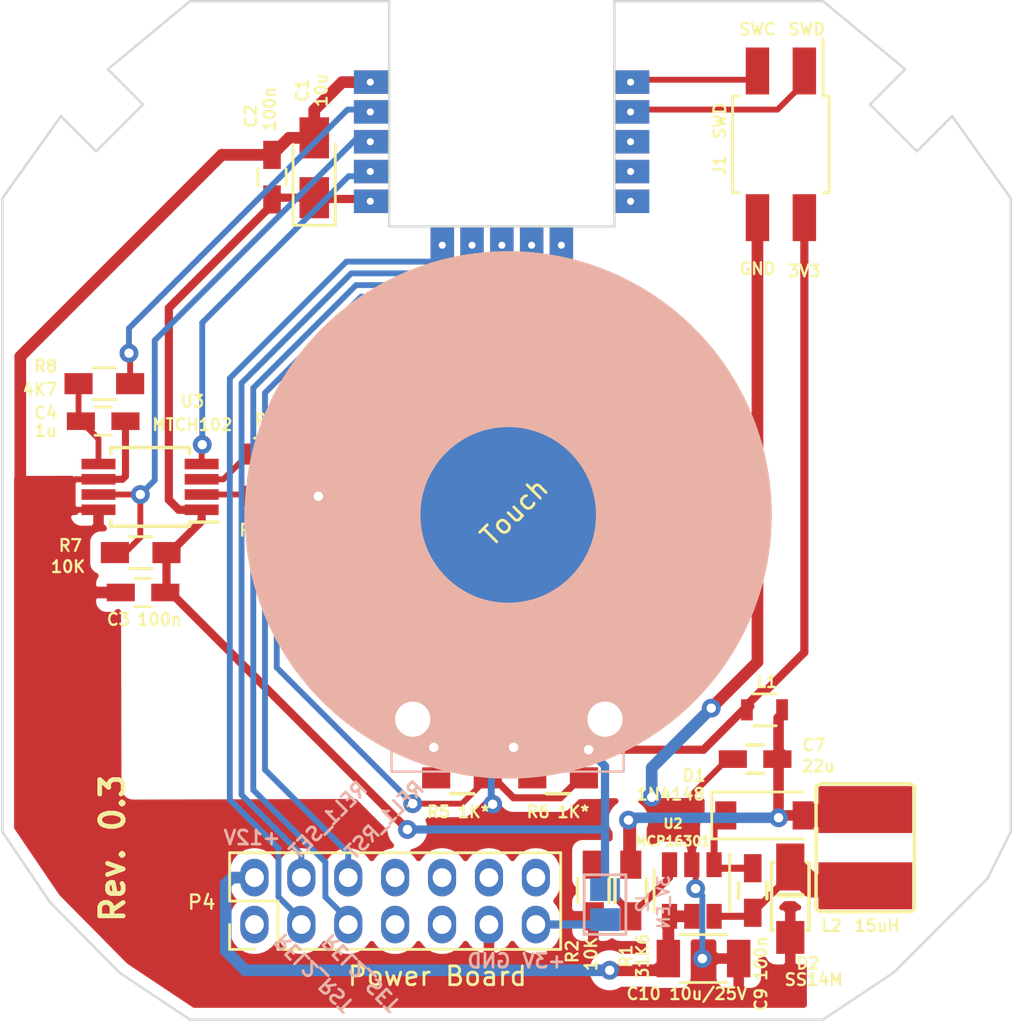
<source format=kicad_pcb>
(kicad_pcb (version 20171130) (host pcbnew "(5.1.12)-1")

  (general
    (thickness 1.6)
    (drawings 36)
    (tracks 221)
    (zones 0)
    (modules 31)
    (nets 29)
  )

  (page A4)
  (layers
    (0 F.Cu signal)
    (31 B.Cu signal)
    (32 B.Adhes user hide)
    (33 F.Adhes user hide)
    (34 B.Paste user hide)
    (35 F.Paste user hide)
    (36 B.SilkS user hide)
    (37 F.SilkS user hide)
    (38 B.Mask user hide)
    (39 F.Mask user hide)
    (40 Dwgs.User user hide)
    (41 Cmts.User user hide)
    (42 Eco1.User user hide)
    (43 Eco2.User user hide)
    (44 Edge.Cuts user)
    (45 Margin user hide)
    (46 B.CrtYd user hide)
    (47 F.CrtYd user hide)
    (48 B.Fab user hide)
    (49 F.Fab user hide)
  )

  (setup
    (last_trace_width 0.25)
    (trace_clearance 0.25)
    (zone_clearance 0.45)
    (zone_45_only no)
    (trace_min 0.25)
    (via_size 0.8)
    (via_drill 0.4)
    (via_min_size 0.4)
    (via_min_drill 0.3)
    (uvia_size 0.3)
    (uvia_drill 0.1)
    (uvias_allowed no)
    (uvia_min_size 0.2)
    (uvia_min_drill 0.1)
    (edge_width 0.1)
    (segment_width 0.2)
    (pcb_text_width 0.3)
    (pcb_text_size 1.5 1.5)
    (mod_edge_width 0.15)
    (mod_text_size 0.5 0.5)
    (mod_text_width 0.1)
    (pad_size 1.5 1.5)
    (pad_drill 0.6)
    (pad_to_mask_clearance 0)
    (aux_axis_origin 0 0)
    (visible_elements 7FFFFF7F)
    (pcbplotparams
      (layerselection 0x010fc_ffffffff)
      (usegerberextensions true)
      (usegerberattributes false)
      (usegerberadvancedattributes false)
      (creategerberjobfile false)
      (excludeedgelayer true)
      (linewidth 0.100000)
      (plotframeref false)
      (viasonmask false)
      (mode 1)
      (useauxorigin false)
      (hpglpennumber 1)
      (hpglpenspeed 20)
      (hpglpendiameter 15.000000)
      (psnegative false)
      (psa4output false)
      (plotreference true)
      (plotvalue true)
      (plotinvisibletext false)
      (padsonsilk false)
      (subtractmaskfromsilk true)
      (outputformat 1)
      (mirror false)
      (drillshape 0)
      (scaleselection 1)
      (outputdirectory "gerber/"))
  )

  (net 0 "")
  (net 1 +3V3)
  (net 2 GND)
  (net 3 "Net-(C7-Pad1)")
  (net 4 "Net-(C9-Pad2)")
  (net 5 "Net-(C9-Pad1)")
  (net 6 /12Vcc)
  (net 7 "Net-(D5-Pad1)")
  (net 8 "Net-(D6-Pad2)")
  (net 9 /TS1)
  (net 10 /S1_LEDs)
  (net 11 "Net-(R1-Pad1)")
  (net 12 /Relay2_Reset)
  (net 13 /Relay1_Reset)
  (net 14 /Relay2_Set)
  (net 15 /Relay1_Set)
  (net 16 /SWCLK)
  (net 17 /SWDIO)
  (net 18 "Net-(C4-Pad1)")
  (net 19 "Net-(R3-Pad1)")
  (net 20 "Net-(R3-Pad2)")
  (net 21 "Net-(R4-Pad2)")
  (net 22 "Net-(R4-Pad1)")
  (net 23 /MTSA)
  (net 24 /MTPM)
  (net 25 "Net-(J2-Pad2)")
  (net 26 "Net-(U5-Pad11)")
  (net 27 "Net-(U5-Pad12)")
  (net 28 "Net-(U5-Pad13)")

  (net_class Default "This is the default net class."
    (clearance 0.25)
    (trace_width 0.25)
    (via_dia 0.8)
    (via_drill 0.4)
    (uvia_dia 0.3)
    (uvia_drill 0.1)
    (add_net +3V3)
    (add_net /12Vcc)
    (add_net /MTPM)
    (add_net /MTSA)
    (add_net /Relay1_Reset)
    (add_net /Relay1_Set)
    (add_net /Relay2_Reset)
    (add_net /Relay2_Set)
    (add_net /S1_LEDs)
    (add_net /SWCLK)
    (add_net /SWDIO)
    (add_net /TS1)
    (add_net GND)
    (add_net "Net-(C4-Pad1)")
    (add_net "Net-(C7-Pad1)")
    (add_net "Net-(C9-Pad1)")
    (add_net "Net-(C9-Pad2)")
    (add_net "Net-(D5-Pad1)")
    (add_net "Net-(D6-Pad2)")
    (add_net "Net-(J2-Pad2)")
    (add_net "Net-(R1-Pad1)")
    (add_net "Net-(R3-Pad1)")
    (add_net "Net-(R3-Pad2)")
    (add_net "Net-(R4-Pad1)")
    (add_net "Net-(R4-Pad2)")
    (add_net "Net-(U5-Pad11)")
    (add_net "Net-(U5-Pad12)")
    (add_net "Net-(U5-Pad13)")
  )

  (module myfootprints:Holyiot-NRF52832 (layer B.Cu) (tedit 5B1901FD) (tstamp 5B0C4249)
    (at 142.14 75.15 180)
    (path /5B0A5843)
    (fp_text reference U5 (at 0.4 0.5615 180) (layer B.SilkS) hide
      (effects (font (size 0.8 0.8) (thickness 0.15)) (justify mirror))
    )
    (fp_text value H_NRF52832 (at 0.4 -0.4385 180) (layer B.SilkS) hide
      (effects (font (size 0.8 0.8) (thickness 0.15)) (justify mirror))
    )
    (fp_line (start 1.7 2.7) (end 1.7 4.2) (layer Dwgs.User) (width 0.15))
    (fp_line (start -1.7 2.7) (end -1.7 4.2) (layer Dwgs.User) (width 0.15))
    (fp_line (start -1.70147 2.7) (end 1.7 2.7) (layer Dwgs.User) (width 0.15))
    (fp_line (start -1.7 4.2) (end 1.70147 4.2) (layer Dwgs.User) (width 0.15))
    (fp_line (start -4.800032 4.625) (end 4.7 4.625) (layer Dwgs.User) (width 0.15))
    (fp_line (start 4.7 -4.625) (end 4.7 4.625) (layer Dwgs.User) (width 0.15))
    (fp_line (start -4.8 4.625) (end -4.8 -4.625) (layer Dwgs.User) (width 0.15))
    (fp_line (start -4.8 -4.625) (end 4.7 -4.625) (layer Dwgs.User) (width 0.15))
    (fp_text user ANT (at 0.1 3.4 180) (layer Dwgs.User)
      (effects (font (size 1 1) (thickness 0.15)))
    )
    (pad 11 thru_hole circle (at -5.55 -3.58 180) (size 0.6 0.6) (drill 0.3) (layers *.Cu *.Mask)
      (net 26 "Net-(U5-Pad11)"))
    (pad 12 thru_hole circle (at -5.55 -2.31 180) (size 0.6 0.6) (drill 0.3) (layers *.Cu *.Mask)
      (net 27 "Net-(U5-Pad12)"))
    (pad 13 thru_hole circle (at -5.55 -1.04 180) (size 0.6 0.6) (drill 0.3) (layers *.Cu *.Mask)
      (net 28 "Net-(U5-Pad13)"))
    (pad 14 thru_hole circle (at -5.55 0.23 180) (size 0.6 0.6) (drill 0.3) (layers *.Cu *.Mask)
      (net 17 /SWDIO))
    (pad 11 smd rect (at -5.6 -3.58 180) (size 1.5 1) (layers F.Cu F.Paste F.Mask)
      (net 26 "Net-(U5-Pad11)"))
    (pad 12 smd rect (at -5.6 -2.31 180) (size 1.5 1) (layers F.Cu F.Paste F.Mask)
      (net 27 "Net-(U5-Pad12)"))
    (pad 13 smd rect (at -5.6 -1.04 180) (size 1.5 1) (layers F.Cu F.Paste F.Mask)
      (net 28 "Net-(U5-Pad13)"))
    (pad 14 smd rect (at -5.6 0.23 180) (size 1.5 1) (layers F.Cu F.Paste F.Mask)
      (net 17 /SWDIO))
    (pad 15 smd rect (at -5.6 1.5 180) (size 1.5 1) (layers F.Cu F.Paste F.Mask)
      (net 16 /SWCLK))
    (pad 15 thru_hole circle (at -5.55 1.5 180) (size 0.6 0.6) (drill 0.3) (layers *.Cu *.Mask)
      (net 16 /SWCLK))
    (pad 6 thru_hole circle (at 2.48 -5.45 180) (size 0.6 0.6) (drill 0.3) (layers *.Cu *.Mask)
      (net 12 /Relay2_Reset))
    (pad 7 thru_hole circle (at 1.21 -5.45 180) (size 0.6 0.6) (drill 0.3) (layers *.Cu *.Mask)
      (net 15 /Relay1_Set))
    (pad 8 thru_hole circle (at -0.06 -5.45 180) (size 0.6 0.6) (drill 0.3) (layers *.Cu *.Mask)
      (net 14 /Relay2_Set))
    (pad 9 thru_hole circle (at -1.33 -5.45 180) (size 0.6 0.6) (drill 0.3) (layers *.Cu *.Mask)
      (net 13 /Relay1_Reset))
    (pad 10 thru_hole circle (at -2.6 -5.45 180) (size 0.6 0.6) (drill 0.3) (layers *.Cu *.Mask)
      (net 10 /S1_LEDs))
    (pad 6 smd rect (at 2.48 -5.4 90) (size 1.5 1) (layers F.Cu F.Paste F.Mask)
      (net 12 /Relay2_Reset))
    (pad 7 smd rect (at 1.21 -5.4 90) (size 1.5 1) (layers F.Cu F.Paste F.Mask)
      (net 15 /Relay1_Set))
    (pad 8 smd rect (at -0.06 -5.4 90) (size 1.5 1) (layers F.Cu F.Paste F.Mask)
      (net 14 /Relay2_Set))
    (pad 9 smd rect (at -1.33 -5.4 90) (size 1.5 1) (layers F.Cu F.Paste F.Mask)
      (net 13 /Relay1_Reset))
    (pad 10 smd rect (at -2.6 -5.4 90) (size 1.5 1) (layers F.Cu F.Paste F.Mask)
      (net 10 /S1_LEDs))
    (pad 5 thru_hole circle (at 5.55 -3.58 180) (size 0.6 0.6) (drill 0.3) (layers *.Cu *.Mask)
      (net 1 +3V3))
    (pad 4 thru_hole circle (at 5.55 -2.31 180) (size 0.6 0.6) (drill 0.3) (layers *.Cu *.Mask)
      (net 24 /MTPM))
    (pad 3 thru_hole circle (at 5.55 -1.04 180) (size 0.6 0.6) (drill 0.3) (layers *.Cu *.Mask)
      (net 9 /TS1))
    (pad 2 thru_hole circle (at 5.55 0.23 180) (size 0.6 0.6) (drill 0.3) (layers *.Cu *.Mask)
      (net 23 /MTSA))
    (pad 1 smd rect (at 5.5 1.5 180) (size 1.5 1) (layers B.Cu B.Paste B.Mask)
      (net 2 GND))
    (pad 2 smd rect (at 5.5 0.23 180) (size 1.5 1) (layers B.Cu B.Paste B.Mask)
      (net 23 /MTSA))
    (pad 3 smd rect (at 5.5 -1.04 180) (size 1.5 1) (layers B.Cu B.Paste B.Mask)
      (net 9 /TS1))
    (pad 4 smd rect (at 5.5 -2.31 180) (size 1.5 1) (layers B.Cu B.Paste B.Mask)
      (net 24 /MTPM))
    (pad 5 smd rect (at 5.5 -3.58 180) (size 1.5 1) (layers B.Cu B.Paste B.Mask)
      (net 1 +3V3))
    (pad 10 smd rect (at -2.6 -5.4 90) (size 1.5 1) (layers B.Cu B.Paste B.Mask)
      (net 10 /S1_LEDs))
    (pad 9 smd rect (at -1.33 -5.4 90) (size 1.5 1) (layers B.Cu B.Paste B.Mask)
      (net 13 /Relay1_Reset))
    (pad 8 smd rect (at -0.06 -5.4 90) (size 1.5 1) (layers B.Cu B.Paste B.Mask)
      (net 14 /Relay2_Set))
    (pad 7 smd rect (at 1.21 -5.4 90) (size 1.5 1) (layers B.Cu B.Paste B.Mask)
      (net 15 /Relay1_Set))
    (pad 6 smd rect (at 2.48 -5.4 90) (size 1.5 1) (layers B.Cu B.Paste B.Mask)
      (net 12 /Relay2_Reset))
    (pad 14 smd rect (at -5.6 0.23 180) (size 1.5 1) (layers B.Cu B.Paste B.Mask)
      (net 17 /SWDIO))
    (pad 12 smd rect (at -5.6 -2.31 180) (size 1.5 1) (layers B.Cu B.Paste B.Mask)
      (net 27 "Net-(U5-Pad12)"))
    (pad 13 smd rect (at -5.6 -1.04 180) (size 1.5 1) (layers B.Cu B.Paste B.Mask)
      (net 28 "Net-(U5-Pad13)"))
    (pad 11 smd rect (at -5.6 -3.58 180) (size 1.5 1) (layers B.Cu B.Paste B.Mask)
      (net 26 "Net-(U5-Pad11)"))
    (pad 15 smd rect (at -5.6 1.5 180) (size 1.5 1) (layers B.Cu B.Paste B.Mask)
      (net 16 /SWCLK))
    (pad 1 smd rect (at 5.5 1.5 180) (size 1.5 1) (layers F.Cu F.Paste F.Mask)
      (net 2 GND))
    (pad 2 smd rect (at 5.5 0.23 180) (size 1.5 1) (layers F.Cu F.Paste F.Mask)
      (net 23 /MTSA))
    (pad 3 smd rect (at 5.5 -1.04 180) (size 1.5 1) (layers F.Cu F.Paste F.Mask)
      (net 9 /TS1))
    (pad 4 smd rect (at 5.5 -2.31 180) (size 1.5 1) (layers F.Cu F.Paste F.Mask)
      (net 24 /MTPM))
    (pad 5 smd rect (at 5.5 -3.58 180) (size 1.5 1) (layers F.Cu F.Paste F.Mask)
      (net 1 +3V3))
    (pad 1 thru_hole circle (at 5.55 1.5 180) (size 0.6 0.6) (drill 0.3) (layers *.Cu *.Mask)
      (net 2 GND))
    (model ${KIPRJMOD}/shapes3D/Holyiot_TinyBLE_nRF52832.stp
      (offset (xyz -4.729999928962528 -4.749999928662157 -1.299999980475959))
      (scale (xyz 1 1 1))
      (rotate (xyz 0 0 0))
    )
  )

  (module Pin_Headers:Pin_Header_Straight_2x07_Pitch2.00mm locked (layer F.Cu) (tedit 59E523B5) (tstamp 590C399A)
    (at 131.65 109.55 90)
    (descr "Through hole straight pin header, 2x07, 2.00mm pitch, double rows")
    (tags "Through hole pin header THT 2x07 2.00mm double row")
    (path /586CF0D6)
    (fp_text reference P4 (at 0.95 -2.25 180) (layer F.SilkS)
      (effects (font (size 0.6 0.6) (thickness 0.1)))
    )
    (fp_text value "Power Board" (at -2.2 7.8 180) (layer F.SilkS)
      (effects (font (size 0.8 0.8) (thickness 0.12)))
    )
    (fp_line (start -1 -1) (end -1 13) (layer F.Fab) (width 0.1))
    (fp_line (start -1 13) (end 3 13) (layer F.Fab) (width 0.1))
    (fp_line (start 3 13) (end 3 -1) (layer F.Fab) (width 0.1))
    (fp_line (start 3 -1) (end -1 -1) (layer F.Fab) (width 0.1))
    (fp_line (start -1.06 1) (end -1.06 13.06) (layer F.SilkS) (width 0.12))
    (fp_line (start -1.06 13.06) (end 3.06 13.06) (layer F.SilkS) (width 0.12))
    (fp_line (start 3.06 13.06) (end 3.06 -1.06) (layer F.SilkS) (width 0.12))
    (fp_line (start 3.06 -1.06) (end 1 -1.06) (layer F.SilkS) (width 0.12))
    (fp_line (start 1 -1.06) (end 1 1) (layer F.SilkS) (width 0.12))
    (fp_line (start 1 1) (end -1.06 1) (layer F.SilkS) (width 0.12))
    (fp_line (start -1.06 0) (end -1.06 -1.06) (layer F.SilkS) (width 0.12))
    (fp_line (start -1.06 -1.06) (end 0 -1.06) (layer F.SilkS) (width 0.12))
    (fp_line (start -1.5 -1.5) (end -1.5 13.5) (layer F.CrtYd) (width 0.05))
    (fp_line (start -1.5 13.5) (end 3.5 13.5) (layer F.CrtYd) (width 0.05))
    (fp_line (start 3.5 13.5) (end 3.5 -1.5) (layer F.CrtYd) (width 0.05))
    (fp_line (start 3.5 -1.5) (end -1.5 -1.5) (layer F.CrtYd) (width 0.05))
    (fp_text user %R (at 1 -2.06 90) (layer F.Fab) hide
      (effects (font (size 1 1) (thickness 0.15)))
    )
    (pad 14 thru_hole oval (at 2 12 90) (size 1.6 1.2) (drill 0.8) (layers *.Cu *.Mask))
    (pad 13 thru_hole oval (at 0 12 90) (size 1.6 1.2) (drill 0.8) (layers *.Cu *.Mask)
      (net 25 "Net-(J2-Pad2)"))
    (pad 12 thru_hole oval (at 2 10 90) (size 1.6 1.2) (drill 0.8) (layers *.Cu *.Mask))
    (pad 11 thru_hole oval (at 0 10 90) (size 1.6 1.2) (drill 0.8) (layers *.Cu *.Mask)
      (net 2 GND))
    (pad 10 thru_hole oval (at 2 8 90) (size 1.6 1.2) (drill 0.8) (layers *.Cu *.Mask))
    (pad 9 thru_hole oval (at 0 8 90) (size 1.6 1.2) (drill 0.8) (layers *.Cu *.Mask))
    (pad 8 thru_hole oval (at 2 6 90) (size 1.6 1.2) (drill 0.8) (layers *.Cu *.Mask))
    (pad 7 thru_hole oval (at 0 6 90) (size 1.6 1.2) (drill 0.8) (layers *.Cu *.Mask))
    (pad 6 thru_hole oval (at 2 4 90) (size 1.6 1.2) (drill 0.8) (layers *.Cu *.Mask)
      (net 13 /Relay1_Reset))
    (pad 5 thru_hole oval (at 0 4 90) (size 1.6 1.2) (drill 0.8) (layers *.Cu *.Mask)
      (net 14 /Relay2_Set))
    (pad 4 thru_hole oval (at 2 2 90) (size 1.6 1.2) (drill 0.8) (layers *.Cu *.Mask)
      (net 15 /Relay1_Set))
    (pad 3 thru_hole oval (at 0 2 90) (size 1.6 1.2) (drill 0.8) (layers *.Cu *.Mask)
      (net 12 /Relay2_Reset))
    (pad 2 thru_hole oval (at 2 0 90) (size 1.6 1.2) (drill 0.8) (layers *.Cu *.Mask)
      (net 6 /12Vcc))
    (pad 1 thru_hole oval (at 0 0 90) (size 1.6 1.2) (drill 0.8) (layers *.Cu *.Mask))
    (model ${KIPRJMOD}/shapes3D/female_header_2row_14pins_2mm.stp
      (at (xyz 0 0 0))
      (scale (xyz 1 1 1))
      (rotate (xyz 0 0 0))
    )
  )

  (module myfootprints:Livolo_EU_SW_1_Channel_1Way_Frame_VL-C702X-2_Ver_C1 locked (layer B.Cu) (tedit 5910668F) (tstamp 595234D5)
    (at 142.3 92 180)
    (fp_text reference REF** (at -0.3 -0.5 180) (layer B.SilkS) hide
      (effects (font (size 0.5 0.5) (thickness 0.1)) (justify mirror))
    )
    (fp_text value Livolo_EU_SW_2Ways_Frame_VL-C702X-2_Ver_C1 (at 0 0.5 180) (layer B.Fab) hide
      (effects (font (size 0.5 0.5) (thickness 0.1)) (justify mirror))
    )
    (fp_circle (center -1.347976 -17.552928) (end -0.796252 -17.552928) (layer Dwgs.User) (width 0.1))
    (fp_circle (center 0.652024 -17.552928) (end 1.203748 -17.552928) (layer Dwgs.User) (width 0.1))
    (fp_circle (center 2.652024 -17.552928) (end 3.203748 -17.552928) (layer Dwgs.User) (width 0.1))
    (fp_circle (center 4.652024 -17.552928) (end 5.203748 -17.552928) (layer Dwgs.User) (width 0.1))
    (fp_circle (center 6.652024 -17.552928) (end 7.203748 -17.552928) (layer Dwgs.User) (width 0.1))
    (fp_circle (center 8.652024 -17.552928) (end 9.203748 -17.552928) (layer Dwgs.User) (width 0.1))
    (fp_circle (center 10.652024 -17.552928) (end 11.203748 -17.552928) (layer Dwgs.User) (width 0.1))
    (fp_circle (center -1.347976 -15.552928) (end -0.796252 -15.552928) (layer Dwgs.User) (width 0.1))
    (fp_circle (center 0.652024 -15.552928) (end 1.203748 -15.552928) (layer Dwgs.User) (width 0.1))
    (fp_circle (center 2.652024 -15.552928) (end 3.203748 -15.552928) (layer Dwgs.User) (width 0.1))
    (fp_circle (center 4.652024 -15.552928) (end 5.203748 -15.552928) (layer Dwgs.User) (width 0.1))
    (fp_circle (center 6.652024 -15.552928) (end 7.203748 -15.552928) (layer Dwgs.User) (width 0.1))
    (fp_circle (center 8.652024 -15.552928) (end 9.203748 -15.552928) (layer Dwgs.User) (width 0.1))
    (fp_line (start -17.61744 15.41526) (end -15.61846 17.41424) (layer Dwgs.User) (width 0.1))
    (fp_line (start 21.38172 -13.58392) (end 21.38172 13.41628) (layer Dwgs.User) (width 0.1))
    (fp_line (start -21.61794 -13.58392) (end -21.61794 13.41628) (layer Dwgs.User) (width 0.1))
    (fp_line (start -17.11706 18.91538) (end -13.61694 21.41474) (layer Dwgs.User) (width 0.1))
    (fp_line (start -19.11858 16.9164) (end -17.61744 15.41526) (layer Dwgs.User) (width 0.1))
    (fp_line (start -21.61794 13.41628) (end -19.11858 16.9164) (layer Dwgs.User) (width 0.1))
    (fp_line (start 19.38274 -16.58366) (end 21.38172 -13.58392) (layer Dwgs.User) (width 0.1))
    (fp_line (start 16.383 -19.58594) (end 19.38274 -16.58366) (layer Dwgs.User) (width 0.1))
    (fp_line (start 17.38122 15.41526) (end 18.88236 16.9164) (layer Dwgs.User) (width 0.1))
    (fp_line (start -20.61718 -15.58544) (end -16.61922 -19.58594) (layer Dwgs.User) (width 0.1))
    (fp_line (start -21.61794 -13.58392) (end -20.61718 -15.58544) (layer Dwgs.User) (width 0.1))
    (fp_line (start 15.38224 17.41424) (end 17.38122 15.41526) (layer Dwgs.User) (width 0.1))
    (fp_line (start 13.38072 21.41474) (end 16.88084 18.91538) (layer Dwgs.User) (width 0.1))
    (fp_line (start -15.61846 17.41424) (end -17.11706 18.91538) (layer Dwgs.User) (width 0.1))
    (fp_circle (center 10.652024 -15.552928) (end 11.203748 -15.552928) (layer Dwgs.User) (width 0.1))
    (fp_line (start -13.61694 -21.58492) (end 13.38072 -21.58492) (layer Dwgs.User) (width 0.1))
    (fp_line (start 18.88236 16.9164) (end 21.38172 13.41628) (layer Dwgs.User) (width 0.1))
    (fp_line (start -13.61694 21.41474) (end 13.38072 21.41474) (layer Dwgs.User) (width 0.1))
    (fp_line (start 16.88084 18.91538) (end 15.38224 17.41424) (layer Dwgs.User) (width 0.1))
    (fp_line (start 13.38072 -21.58492) (end 16.383 -19.58594) (layer Dwgs.User) (width 0.1))
    (fp_line (start -16.61922 -19.58594) (end -13.61694 -21.58492) (layer Dwgs.User) (width 0.1))
    (fp_line (start 4.800006 -11.03202) (end -5.09 -11.03202) (layer B.SilkS) (width 0.1))
    (fp_line (start -1.1 -10.57522) (end -3.640062 -10.57522) (layer Dwgs.User) (width 0.1))
    (fp_circle (center 3.992 -8.818425) (end 4.694039 -9.072425) (layer Dwgs.User) (width 0.15))
    (fp_line (start 3.357 -10.57522) (end 0.816938 -10.57522) (layer Dwgs.User) (width 0.1))
    (fp_line (start 3.357 -10.57522) (end 3.357 -9.577) (layer Dwgs.User) (width 0.1))
    (fp_line (start -5.09516 -11.030002) (end -5.09516 -5.974511) (layer B.SilkS) (width 0.1))
    (fp_line (start -1.1 -9.577) (end -3.64 -9.577) (layer Dwgs.User) (width 0.1))
    (fp_line (start 3.297 -9.577) (end 0.757 -9.577) (layer Dwgs.User) (width 0.1))
    (fp_line (start 0.757 -10.57522) (end 0.757 -9.577) (layer Dwgs.User) (width 0.1))
    (fp_circle (center -4.247575 -8.803) (end -3.545536 -9.057) (layer Dwgs.User) (width 0.15))
    (fp_line (start 4.8048 -11.030002) (end 4.8048 -5.974511) (layer B.SilkS) (width 0.1))
    (fp_line (start 3.357 -9.577) (end 0.817 -9.577) (layer Dwgs.User) (width 0.1))
    (fp_line (start -3.640062 -10.57522) (end -3.640062 -9.575) (layer Dwgs.User) (width 0.1))
    (fp_line (start 3.297 -10.57522) (end 0.756938 -10.57522) (layer Dwgs.User) (width 0.1))
    (fp_circle (center -0.169276 -0.109512) (end 7.475 0.125) (layer B.SilkS) (width 0.1))
    (fp_line (start -1.1 -10.57522) (end -1.1 -9.577) (layer Dwgs.User) (width 0.1))
  )

  (module Pin_Headers:Pin_Header_Straight_2x02_Pitch2.00mm_SMD (layer F.Cu) (tedit 594A0E13) (tstamp 59483961)
    (at 154.1 76.3 270)
    (descr "surface-mounted straight pin header, 2x02, 2.00mm pitch, double rows")
    (tags "Surface mounted pin header SMD 2x02 2.00mm double row")
    (path /594872D4)
    (attr smd)
    (fp_text reference J1 (at 0.9 2.6 270) (layer F.SilkS)
      (effects (font (size 0.5 0.5) (thickness 0.1)))
    )
    (fp_text value SWD (at -1 2.6 270) (layer F.SilkS)
      (effects (font (size 0.5 0.5) (thickness 0.1)))
    )
    (fp_line (start -2 -2) (end -2 2) (layer F.Fab) (width 0.1))
    (fp_line (start -2 2) (end 2 2) (layer F.Fab) (width 0.1))
    (fp_line (start 2 2) (end 2 -2) (layer F.Fab) (width 0.1))
    (fp_line (start 2 -2) (end -2 -2) (layer F.Fab) (width 0.1))
    (fp_line (start -2 -1.25) (end -2 -0.75) (layer F.Fab) (width 0.1))
    (fp_line (start -2 -0.75) (end -3 -0.75) (layer F.Fab) (width 0.1))
    (fp_line (start -3 -0.75) (end -3 -1.25) (layer F.Fab) (width 0.1))
    (fp_line (start -3 -1.25) (end -2 -1.25) (layer F.Fab) (width 0.1))
    (fp_line (start 2 -1.25) (end 2 -0.75) (layer F.Fab) (width 0.1))
    (fp_line (start 2 -0.75) (end 3 -0.75) (layer F.Fab) (width 0.1))
    (fp_line (start 3 -0.75) (end 3 -1.25) (layer F.Fab) (width 0.1))
    (fp_line (start 3 -1.25) (end 2 -1.25) (layer F.Fab) (width 0.1))
    (fp_line (start -2 0.75) (end -2 1.25) (layer F.Fab) (width 0.1))
    (fp_line (start -2 1.25) (end -3 1.25) (layer F.Fab) (width 0.1))
    (fp_line (start -3 1.25) (end -3 0.75) (layer F.Fab) (width 0.1))
    (fp_line (start -3 0.75) (end -2 0.75) (layer F.Fab) (width 0.1))
    (fp_line (start 2 0.75) (end 2 1.25) (layer F.Fab) (width 0.1))
    (fp_line (start 2 1.25) (end 3 1.25) (layer F.Fab) (width 0.1))
    (fp_line (start 3 1.25) (end 3 0.75) (layer F.Fab) (width 0.1))
    (fp_line (start 3 0.75) (end 2 0.75) (layer F.Fab) (width 0.1))
    (fp_line (start -2.06 -1.8) (end -2.06 -2.06) (layer F.SilkS) (width 0.12))
    (fp_line (start -2.06 -2.06) (end 2.06 -2.06) (layer F.SilkS) (width 0.12))
    (fp_line (start 2.06 -2.06) (end 2.06 -1.8) (layer F.SilkS) (width 0.12))
    (fp_line (start -2.06 1.8) (end -2.06 2.06) (layer F.SilkS) (width 0.12))
    (fp_line (start -2.06 2.06) (end 2.06 2.06) (layer F.SilkS) (width 0.12))
    (fp_line (start 2.06 2.06) (end 2.06 1.8) (layer F.SilkS) (width 0.12))
    (fp_line (start -4.5 -1.8) (end -2.06 -1.8) (layer F.SilkS) (width 0.12))
    (fp_line (start -5 -2.5) (end -5 2.5) (layer F.CrtYd) (width 0.05))
    (fp_line (start -5 2.5) (end 5 2.5) (layer F.CrtYd) (width 0.05))
    (fp_line (start 5 2.5) (end 5 -2.5) (layer F.CrtYd) (width 0.05))
    (fp_line (start 5 -2.5) (end -5 -2.5) (layer F.CrtYd) (width 0.05))
    (fp_text user %R (at 0 -3.06 270) (layer F.Fab) hide
      (effects (font (size 1 1) (thickness 0.15)))
    )
    (pad 4 smd rect (at 3.125 1 270) (size 2 1) (layers F.Cu F.Paste F.Mask)
      (net 2 GND))
    (pad 3 smd rect (at -3.125 1 270) (size 2 1) (layers F.Cu F.Paste F.Mask)
      (net 16 /SWCLK))
    (pad 2 smd rect (at 3.125 -1 270) (size 2 1) (layers F.Cu F.Paste F.Mask)
      (net 1 +3V3))
    (pad 1 smd rect (at -3.125 -1 270) (size 2 1) (layers F.Cu F.Paste F.Mask)
      (net 17 /SWDIO))
  )

  (module myfootprints:VLCF4020T-150MR68 (layer F.Cu) (tedit 5979D357) (tstamp 586E5C30)
    (at 157.7 106.4)
    (path /586CFA44)
    (fp_text reference L2 (at -1.45 3.2 -180) (layer F.SilkS)
      (effects (font (size 0.5 0.5) (thickness 0.1)))
    )
    (fp_text value 15uH (at 0.5 3.2) (layer F.SilkS)
      (effects (font (size 0.5 0.5) (thickness 0.1)))
    )
    (fp_line (start -2.1 -2.725) (end -1.9 -2.85) (layer F.SilkS) (width 0.15))
    (fp_line (start -2.1 2.475) (end -2.1 -2.725) (layer F.SilkS) (width 0.15))
    (fp_line (start -1.9 -2.85) (end 1.9 -2.85) (layer F.SilkS) (width 0.15))
    (fp_line (start 2.1 2.45) (end 2.1 -2.75) (layer F.SilkS) (width 0.15))
    (fp_line (start 2.1 -2.75) (end 1.9 -2.85) (layer F.SilkS) (width 0.15))
    (fp_line (start 1.975 2.6) (end -1.9 2.6) (layer F.SilkS) (width 0.15))
    (fp_line (start 2.1 2.45) (end 1.975 2.6) (layer F.SilkS) (width 0.15))
    (fp_line (start -2.1 2.475) (end -1.925 2.6) (layer F.SilkS) (width 0.15))
    (pad 1 smd rect (at 0 -1.75) (size 4 2) (layers F.Cu F.Paste F.Mask)
      (net 3 "Net-(C7-Pad1)"))
    (pad 2 smd rect (at 0 1.5) (size 4 2) (layers F.Cu F.Paste F.Mask)
      (net 4 "Net-(C9-Pad2)"))
    (model ${KIPRJMOD}/shapes3D/IFSC-1515AH-01_sp.step
      (at (xyz 0 0 0))
      (scale (xyz 1 1 1))
      (rotate (xyz 0 0 0))
    )
  )

  (module myfootprints:SS14M (layer F.Cu) (tedit 58E37FED) (tstamp 586E5B7F)
    (at 154.5 108.6 270)
    (path /586CFC73)
    (fp_text reference D2 (at 2.6 -0.75) (layer F.SilkS)
      (effects (font (size 0.5 0.5) (thickness 0.1)))
    )
    (fp_text value SS14M (at 3.3 -1) (layer F.SilkS)
      (effects (font (size 0.5 0.5) (thickness 0.1)))
    )
    (fp_line (start -1.7 -0.8) (end -1.7 -0.7) (layer F.SilkS) (width 0.15))
    (fp_line (start -1.7 0.7) (end -1.7 0.8) (layer F.SilkS) (width 0.15))
    (fp_line (start 1.2 0.7) (end 1.2 0.8) (layer F.SilkS) (width 0.15))
    (fp_line (start -1.7 0.8) (end 1.201723 0.8) (layer F.SilkS) (width 0.15))
    (fp_line (start -1.7 -0.8) (end 1.2 -0.8) (layer F.SilkS) (width 0.15))
    (fp_line (start 1.2 -0.8) (end 1.2 -0.7) (layer F.SilkS) (width 0.15))
    (fp_line (start -0.3 -0.5) (end -0.3 0.5) (layer F.SilkS) (width 0.2))
    (pad 1 smd rect (at -1.5 0 270) (size 2 1.2) (layers F.Cu F.Paste F.Mask)
      (net 4 "Net-(C9-Pad2)"))
    (pad 2 smd rect (at 1.5 0 270) (size 1.4 1.2) (layers F.Cu F.Paste F.Mask)
      (net 2 GND))
    (model ${KIPRJMOD}/shapes3D/DO-219AB.stp
      (at (xyz 0 0 0))
      (scale (xyz 1 1 1))
      (rotate (xyz 0 0 180))
    )
  )

  (module Resistors_SMD:R_0603_HandSoldering (layer F.Cu) (tedit 586E4F31) (tstamp 586E5C7F)
    (at 146.1 108.1 90)
    (descr "Resistor SMD 0603, hand soldering")
    (tags "resistor 0603")
    (path /586D0315)
    (attr smd)
    (fp_text reference R2 (at -2.6 -0.9 90) (layer F.SilkS)
      (effects (font (size 0.5 0.5) (thickness 0.1)))
    )
    (fp_text value 10K (at -2.7 -0.1 90) (layer F.SilkS)
      (effects (font (size 0.5 0.5) (thickness 0.1)))
    )
    (fp_line (start -0.8 0.4) (end -0.8 -0.4) (layer F.Fab) (width 0.1))
    (fp_line (start 0.8 0.4) (end -0.8 0.4) (layer F.Fab) (width 0.1))
    (fp_line (start 0.8 -0.4) (end 0.8 0.4) (layer F.Fab) (width 0.1))
    (fp_line (start -0.8 -0.4) (end 0.8 -0.4) (layer F.Fab) (width 0.1))
    (fp_line (start -2 -0.8) (end 2 -0.8) (layer F.CrtYd) (width 0.05))
    (fp_line (start -2 0.8) (end 2 0.8) (layer F.CrtYd) (width 0.05))
    (fp_line (start -2 -0.8) (end -2 0.8) (layer F.CrtYd) (width 0.05))
    (fp_line (start 2 -0.8) (end 2 0.8) (layer F.CrtYd) (width 0.05))
    (fp_line (start 0.5 0.675) (end -0.5 0.675) (layer F.SilkS) (width 0.15))
    (fp_line (start -0.5 -0.675) (end 0.5 -0.675) (layer F.SilkS) (width 0.15))
    (pad 2 smd rect (at 1.1 0 90) (size 1.2 0.9) (layers F.Cu F.Paste F.Mask)
      (net 11 "Net-(R1-Pad1)"))
    (pad 1 smd rect (at -1.1 0 90) (size 1.2 0.9) (layers F.Cu F.Paste F.Mask)
      (net 2 GND))
    (model ${KIPRJMOD}/shapes3D/R_0603_HandSoldering.stp
      (at (xyz 0 0 0))
      (scale (xyz 1 1 1))
      (rotate (xyz 0 0 0))
    )
  )

  (module TO_SOT_Packages_SMD:SOT-23-6 (layer F.Cu) (tedit 59E519E6) (tstamp 586E5D06)
    (at 150.3 108.1 270)
    (descr "6-pin SOT-23 package")
    (tags SOT-23-6)
    (path /586CDA6D)
    (attr smd)
    (fp_text reference U2 (at -2.85 0.8 180) (layer F.SilkS)
      (effects (font (size 0.4 0.4) (thickness 0.1)))
    )
    (fp_text value MCP16301 (at -2.1 0.8 180) (layer F.SilkS)
      (effects (font (size 0.4 0.4) (thickness 0.1)))
    )
    (fp_line (start -0.9 1.61) (end 0.9 1.61) (layer F.SilkS) (width 0.12))
    (fp_line (start 0.9 -1.61) (end -1.55 -1.61) (layer F.SilkS) (width 0.12))
    (fp_line (start 1.9 -1.8) (end -1.9 -1.8) (layer F.CrtYd) (width 0.05))
    (fp_line (start 1.9 1.8) (end 1.9 -1.8) (layer F.CrtYd) (width 0.05))
    (fp_line (start -1.9 1.8) (end 1.9 1.8) (layer F.CrtYd) (width 0.05))
    (fp_line (start -1.9 -1.8) (end -1.9 1.8) (layer F.CrtYd) (width 0.05))
    (fp_line (start 0.9 -1.55) (end -0.9 -1.55) (layer F.Fab) (width 0.15))
    (fp_line (start -0.9 -1.55) (end -0.9 1.55) (layer F.Fab) (width 0.15))
    (fp_line (start 0.9 1.55) (end -0.9 1.55) (layer F.Fab) (width 0.15))
    (fp_line (start 0.9 -1.55) (end 0.9 1.55) (layer F.Fab) (width 0.15))
    (pad 5 smd rect (at 1.1 0 270) (size 1.06 0.65) (layers F.Cu F.Paste F.Mask)
      (net 6 /12Vcc))
    (pad 6 smd rect (at 1.1 -0.95 270) (size 1.06 0.65) (layers F.Cu F.Paste F.Mask)
      (net 4 "Net-(C9-Pad2)"))
    (pad 4 smd rect (at 1.1 0.95 270) (size 1.06 0.65) (layers F.Cu F.Paste F.Mask)
      (net 6 /12Vcc))
    (pad 3 smd rect (at -1.1 0.95 270) (size 1.06 0.65) (layers F.Cu F.Paste F.Mask)
      (net 11 "Net-(R1-Pad1)"))
    (pad 2 smd rect (at -1.1 0 270) (size 1.06 0.65) (layers F.Cu F.Paste F.Mask)
      (net 2 GND))
    (pad 1 smd rect (at -1.1 -0.95 270) (size 1.06 0.65) (layers F.Cu F.Paste F.Mask)
      (net 5 "Net-(C9-Pad1)"))
    (model ${KIPRJMOD}/shapes3D/SOT23-6.stp
      (at (xyz 0 0 0))
      (scale (xyz 1 1 1))
      (rotate (xyz 0 0 0))
    )
  )

  (module myfootprints:hole_1.5mm locked (layer F.Cu) (tedit 587347E2) (tstamp 58737615)
    (at 146.6 100.8)
    (fp_text reference REF** (at 0 0.5) (layer F.SilkS) hide
      (effects (font (size 0.5 0.5) (thickness 0.1)))
    )
    (fp_text value hole_1.5mm (at 0 -0.5) (layer F.Fab) hide
      (effects (font (size 0.5 0.5) (thickness 0.1)))
    )
    (pad "" np_thru_hole circle (at 0 0) (size 1.5 1.5) (drill 1.5) (layers *.Cu *.Mask))
  )

  (module myfootprints:hole_1.5mm locked (layer F.Cu) (tedit 587347E2) (tstamp 58734958)
    (at 138.4 100.8)
    (fp_text reference REF** (at 0 0.5) (layer F.SilkS) hide
      (effects (font (size 0.5 0.5) (thickness 0.1)))
    )
    (fp_text value hole_1.5mm (at 0 -0.5) (layer F.Fab) hide
      (effects (font (size 0.5 0.5) (thickness 0.1)))
    )
    (pad "" np_thru_hole circle (at 0 0) (size 1.5 1.5) (drill 1.5) (layers *.Cu *.Mask))
  )

  (module Capacitors_SMD:C_0603_HandSoldering (layer F.Cu) (tedit 586E5461) (tstamp 586E5ABA)
    (at 153 102.5 180)
    (descr "Capacitor SMD 0603, hand soldering")
    (tags "capacitor 0603")
    (path /586E4CE4)
    (attr smd)
    (fp_text reference C7 (at -2.5 0.6 180) (layer F.SilkS)
      (effects (font (size 0.5 0.5) (thickness 0.1)))
    )
    (fp_text value 22u (at -2.7 -0.3) (layer F.SilkS)
      (effects (font (size 0.5 0.5) (thickness 0.1)))
    )
    (fp_line (start 0.35 0.6) (end -0.35 0.6) (layer F.SilkS) (width 0.15))
    (fp_line (start -0.35 -0.6) (end 0.35 -0.6) (layer F.SilkS) (width 0.15))
    (fp_line (start 1.85 -0.75) (end 1.85 0.75) (layer F.CrtYd) (width 0.05))
    (fp_line (start -1.85 -0.75) (end -1.85 0.75) (layer F.CrtYd) (width 0.05))
    (fp_line (start -1.85 0.75) (end 1.85 0.75) (layer F.CrtYd) (width 0.05))
    (fp_line (start -1.85 -0.75) (end 1.85 -0.75) (layer F.CrtYd) (width 0.05))
    (fp_line (start -0.8 -0.4) (end 0.8 -0.4) (layer F.Fab) (width 0.15))
    (fp_line (start 0.8 -0.4) (end 0.8 0.4) (layer F.Fab) (width 0.15))
    (fp_line (start 0.8 0.4) (end -0.8 0.4) (layer F.Fab) (width 0.15))
    (fp_line (start -0.8 0.4) (end -0.8 -0.4) (layer F.Fab) (width 0.15))
    (pad 1 smd rect (at -0.95 0 180) (size 1.2 0.75) (layers F.Cu F.Paste F.Mask)
      (net 3 "Net-(C7-Pad1)"))
    (pad 2 smd rect (at 0.95 0 180) (size 1.2 0.75) (layers F.Cu F.Paste F.Mask)
      (net 2 GND))
    (model ${KIPRJMOD}/shapes3D/C_0603_HandSoldering.stp
      (at (xyz 0 0 0))
      (scale (xyz 1 1 1))
      (rotate (xyz 0 0 0))
    )
  )

  (module Capacitors_SMD:C_0603_HandSoldering (layer F.Cu) (tedit 586E52DF) (tstamp 586E5ADA)
    (at 152.9 108.1 270)
    (descr "Capacitor SMD 0603, hand soldering")
    (tags "capacitor 0603")
    (path /586D0CDF)
    (attr smd)
    (fp_text reference C9 (at 4.65 -0.35 90) (layer F.SilkS)
      (effects (font (size 0.5 0.5) (thickness 0.1)))
    )
    (fp_text value 100n (at 2.9 -0.35 90) (layer F.SilkS)
      (effects (font (size 0.5 0.5) (thickness 0.1)))
    )
    (fp_line (start -0.8 0.4) (end -0.8 -0.4) (layer F.Fab) (width 0.15))
    (fp_line (start 0.8 0.4) (end -0.8 0.4) (layer F.Fab) (width 0.15))
    (fp_line (start 0.8 -0.4) (end 0.8 0.4) (layer F.Fab) (width 0.15))
    (fp_line (start -0.8 -0.4) (end 0.8 -0.4) (layer F.Fab) (width 0.15))
    (fp_line (start -1.85 -0.75) (end 1.85 -0.75) (layer F.CrtYd) (width 0.05))
    (fp_line (start -1.85 0.75) (end 1.85 0.75) (layer F.CrtYd) (width 0.05))
    (fp_line (start -1.85 -0.75) (end -1.85 0.75) (layer F.CrtYd) (width 0.05))
    (fp_line (start 1.85 -0.75) (end 1.85 0.75) (layer F.CrtYd) (width 0.05))
    (fp_line (start -0.35 -0.6) (end 0.35 -0.6) (layer F.SilkS) (width 0.15))
    (fp_line (start 0.35 0.6) (end -0.35 0.6) (layer F.SilkS) (width 0.15))
    (pad 2 smd rect (at 0.95 0 270) (size 1.2 0.75) (layers F.Cu F.Paste F.Mask)
      (net 4 "Net-(C9-Pad2)"))
    (pad 1 smd rect (at -0.95 0 270) (size 1.2 0.75) (layers F.Cu F.Paste F.Mask)
      (net 5 "Net-(C9-Pad1)"))
    (model ${KIPRJMOD}/shapes3D/C_0603_HandSoldering.stp
      (at (xyz 0 0 0))
      (scale (xyz 1 1 1))
      (rotate (xyz 0 0 0))
    )
  )

  (module Diodes_SMD:SOD-123 (layer F.Cu) (tedit 586E52DA) (tstamp 586E5B79)
    (at 153.4 104.9)
    (descr SOD-123)
    (tags SOD-123)
    (path /586CFDB1)
    (attr smd)
    (fp_text reference D1 (at -3 -1.7 180) (layer F.SilkS)
      (effects (font (size 0.5 0.5) (thickness 0.1)))
    )
    (fp_text value 1N4148 (at -4 -0.9) (layer F.SilkS)
      (effects (font (size 0.5 0.5) (thickness 0.1)))
    )
    (fp_line (start -2.25 -1) (end -2.25 1) (layer F.SilkS) (width 0.12))
    (fp_line (start 0.25 0) (end 0.75 0) (layer F.Fab) (width 0.1))
    (fp_line (start 0.25 0.4) (end -0.35 0) (layer F.Fab) (width 0.1))
    (fp_line (start 0.25 -0.4) (end 0.25 0.4) (layer F.Fab) (width 0.1))
    (fp_line (start -0.35 0) (end 0.25 -0.4) (layer F.Fab) (width 0.1))
    (fp_line (start -0.35 0) (end -0.35 0.55) (layer F.Fab) (width 0.1))
    (fp_line (start -0.35 0) (end -0.35 -0.55) (layer F.Fab) (width 0.1))
    (fp_line (start -0.75 0) (end -0.35 0) (layer F.Fab) (width 0.1))
    (fp_line (start -1.4 0.9) (end -1.4 -0.9) (layer F.Fab) (width 0.1))
    (fp_line (start 1.4 0.9) (end -1.4 0.9) (layer F.Fab) (width 0.1))
    (fp_line (start 1.4 -0.9) (end 1.4 0.9) (layer F.Fab) (width 0.1))
    (fp_line (start -1.4 -0.9) (end 1.4 -0.9) (layer F.Fab) (width 0.1))
    (fp_line (start -2.35 -1.15) (end 2.35 -1.15) (layer F.CrtYd) (width 0.05))
    (fp_line (start 2.35 -1.15) (end 2.35 1.15) (layer F.CrtYd) (width 0.05))
    (fp_line (start 2.35 1.15) (end -2.35 1.15) (layer F.CrtYd) (width 0.05))
    (fp_line (start -2.35 -1.15) (end -2.35 1.15) (layer F.CrtYd) (width 0.05))
    (fp_line (start -2.25 1) (end 1.65 1) (layer F.SilkS) (width 0.12))
    (fp_line (start -2.25 -1) (end 1.65 -1) (layer F.SilkS) (width 0.12))
    (pad 2 smd rect (at 1.65 0) (size 0.9 1.2) (layers F.Cu F.Paste F.Mask)
      (net 3 "Net-(C7-Pad1)"))
    (pad 1 smd rect (at -1.65 0) (size 0.9 1.2) (layers F.Cu F.Paste F.Mask)
      (net 5 "Net-(C9-Pad1)"))
    (model ${KIPRJMOD}/shapes3D/SOD123.stp
      (at (xyz 0 0 0))
      (scale (xyz 1 1 1))
      (rotate (xyz 0 0 -90))
    )
  )

  (module Diodes_SMD:D_0603 (layer B.Cu) (tedit 586E5177) (tstamp 586E5BC4)
    (at 144.25 102.05)
    (descr "Diode SMD in 0603 package")
    (tags "smd diode")
    (path /586DBFD9)
    (attr smd)
    (fp_text reference D5 (at 0.75 -1.05) (layer B.SilkS)
      (effects (font (size 0.5 0.5) (thickness 0.1)) (justify mirror))
    )
    (fp_text value Red (at -0.65 -1.05) (layer B.SilkS)
      (effects (font (size 0.5 0.5) (thickness 0.1)) (justify mirror))
    )
    (fp_line (start -1.3 0.55) (end 0.8 0.55) (layer B.SilkS) (width 0.12))
    (fp_line (start -1.3 -0.55) (end 0.8 -0.55) (layer B.SilkS) (width 0.12))
    (fp_line (start -0.8 0.4) (end 0.8 0.4) (layer B.Fab) (width 0.1))
    (fp_line (start 0.8 0.4) (end 0.8 -0.4) (layer B.Fab) (width 0.1))
    (fp_line (start 0.8 -0.4) (end -0.8 -0.4) (layer B.Fab) (width 0.1))
    (fp_line (start -0.8 -0.4) (end -0.8 0.4) (layer B.Fab) (width 0.1))
    (fp_line (start 0.2 0.2) (end -0.1 0) (layer B.Fab) (width 0.1))
    (fp_line (start -0.1 0) (end 0.2 -0.2) (layer B.Fab) (width 0.1))
    (fp_line (start 0.2 -0.2) (end 0.2 0.2) (layer B.Fab) (width 0.1))
    (fp_line (start -0.1 0.2) (end -0.1 -0.2) (layer B.Fab) (width 0.1))
    (fp_line (start -0.1 0) (end -0.3 0) (layer B.Fab) (width 0.1))
    (fp_line (start 0.2 0) (end 0.4 0) (layer B.Fab) (width 0.1))
    (fp_line (start 1.4 0.65) (end -1.4 0.65) (layer B.CrtYd) (width 0.05))
    (fp_line (start -1.4 0.65) (end -1.4 -0.65) (layer B.CrtYd) (width 0.05))
    (fp_line (start -1.4 -0.65) (end 1.4 -0.65) (layer B.CrtYd) (width 0.05))
    (fp_line (start 1.4 -0.65) (end 1.4 0.65) (layer B.CrtYd) (width 0.05))
    (fp_line (start -1.3 0.55) (end -1.3 -0.55) (layer B.SilkS) (width 0.12))
    (pad 1 smd rect (at -0.85 0) (size 0.6 0.8) (layers B.Cu B.Paste B.Mask)
      (net 7 "Net-(D5-Pad1)"))
    (pad 2 smd rect (at 0.85 0) (size 0.6 0.8) (layers B.Cu B.Paste B.Mask)
      (net 1 +3V3))
    (model ${KIPRJMOD}/shapes3D/led_chip_0603_red.stp
      (at (xyz 0 0 0))
      (scale (xyz 1 1 1))
      (rotate (xyz 0 0 0))
    )
  )

  (module Diodes_SMD:D_0603 (layer B.Cu) (tedit 586E5173) (tstamp 586E5BDB)
    (at 140.9 102.05 180)
    (descr "Diode SMD in 0603 package")
    (tags "smd diode")
    (path /586DBC19)
    (attr smd)
    (fp_text reference D6 (at -0.9 1.05 180) (layer B.SilkS)
      (effects (font (size 0.5 0.5) (thickness 0.1)) (justify mirror))
    )
    (fp_text value Blue (at 0.6 1.05 180) (layer B.SilkS)
      (effects (font (size 0.5 0.5) (thickness 0.1)) (justify mirror))
    )
    (fp_line (start -1.3 0.55) (end -1.3 -0.55) (layer B.SilkS) (width 0.12))
    (fp_line (start 1.4 -0.65) (end 1.4 0.65) (layer B.CrtYd) (width 0.05))
    (fp_line (start -1.4 -0.65) (end 1.4 -0.65) (layer B.CrtYd) (width 0.05))
    (fp_line (start -1.4 0.65) (end -1.4 -0.65) (layer B.CrtYd) (width 0.05))
    (fp_line (start 1.4 0.65) (end -1.4 0.65) (layer B.CrtYd) (width 0.05))
    (fp_line (start 0.2 0) (end 0.4 0) (layer B.Fab) (width 0.1))
    (fp_line (start -0.1 0) (end -0.3 0) (layer B.Fab) (width 0.1))
    (fp_line (start -0.1 0.2) (end -0.1 -0.2) (layer B.Fab) (width 0.1))
    (fp_line (start 0.2 -0.2) (end 0.2 0.2) (layer B.Fab) (width 0.1))
    (fp_line (start -0.1 0) (end 0.2 -0.2) (layer B.Fab) (width 0.1))
    (fp_line (start 0.2 0.2) (end -0.1 0) (layer B.Fab) (width 0.1))
    (fp_line (start -0.8 -0.4) (end -0.8 0.4) (layer B.Fab) (width 0.1))
    (fp_line (start 0.8 -0.4) (end -0.8 -0.4) (layer B.Fab) (width 0.1))
    (fp_line (start 0.8 0.4) (end 0.8 -0.4) (layer B.Fab) (width 0.1))
    (fp_line (start -0.8 0.4) (end 0.8 0.4) (layer B.Fab) (width 0.1))
    (fp_line (start -1.3 -0.55) (end 0.8 -0.55) (layer B.SilkS) (width 0.12))
    (fp_line (start -1.3 0.55) (end 0.8 0.55) (layer B.SilkS) (width 0.12))
    (pad 2 smd rect (at 0.85 0 180) (size 0.6 0.8) (layers B.Cu B.Paste B.Mask)
      (net 8 "Net-(D6-Pad2)"))
    (pad 1 smd rect (at -0.85 0 180) (size 0.6 0.8) (layers B.Cu B.Paste B.Mask)
      (net 2 GND))
    (model ${KIPRJMOD}/shapes3D/led_chip_0603_blue.stp
      (at (xyz 0 0 0))
      (scale (xyz 1 1 1))
      (rotate (xyz 0 0 0))
    )
  )

  (module Resistors_SMD:R_0603_HandSoldering (layer F.Cu) (tedit 5979D2CC) (tstamp 586E5C6F)
    (at 147.7 108.1 90)
    (descr "Resistor SMD 0603, hand soldering")
    (tags "resistor 0603")
    (path /586D0A41)
    (attr smd)
    (fp_text reference R1 (at -2.8 -0.2 90) (layer F.SilkS)
      (effects (font (size 0.5 0.5) (thickness 0.1)))
    )
    (fp_text value 31K6 (at -2.8 0.5 90) (layer F.SilkS)
      (effects (font (size 0.5 0.5) (thickness 0.1)))
    )
    (fp_line (start -0.5 -0.675) (end 0.5 -0.675) (layer F.SilkS) (width 0.15))
    (fp_line (start 0.5 0.675) (end -0.5 0.675) (layer F.SilkS) (width 0.15))
    (fp_line (start 2 -0.8) (end 2 0.8) (layer F.CrtYd) (width 0.05))
    (fp_line (start -2 -0.8) (end -2 0.8) (layer F.CrtYd) (width 0.05))
    (fp_line (start -2 0.8) (end 2 0.8) (layer F.CrtYd) (width 0.05))
    (fp_line (start -2 -0.8) (end 2 -0.8) (layer F.CrtYd) (width 0.05))
    (fp_line (start -0.8 -0.4) (end 0.8 -0.4) (layer F.Fab) (width 0.1))
    (fp_line (start 0.8 -0.4) (end 0.8 0.4) (layer F.Fab) (width 0.1))
    (fp_line (start 0.8 0.4) (end -0.8 0.4) (layer F.Fab) (width 0.1))
    (fp_line (start -0.8 0.4) (end -0.8 -0.4) (layer F.Fab) (width 0.1))
    (pad 1 smd rect (at -1.1 0 90) (size 1.2 0.9) (layers F.Cu F.Paste F.Mask)
      (net 11 "Net-(R1-Pad1)"))
    (pad 2 smd rect (at 1.1 0 90) (size 1.2 0.9) (layers F.Cu F.Paste F.Mask)
      (net 3 "Net-(C7-Pad1)"))
    (model ${KIPRJMOD}/shapes3D/R_0603_HandSoldering.stp
      (at (xyz 0 0 0))
      (scale (xyz 1 1 1))
      (rotate (xyz 0 0 0))
    )
  )

  (module Resistors_SMD:R_0603_HandSoldering (layer F.Cu) (tedit 58933CFE) (tstamp 586E5CAF)
    (at 140.5 103.3)
    (descr "Resistor SMD 0603, hand soldering")
    (tags "resistor 0603")
    (path /586E8A7E)
    (attr smd)
    (fp_text reference R5 (at -1 1.45) (layer F.SilkS)
      (effects (font (size 0.5 0.5) (thickness 0.1)))
    )
    (fp_text value 1K* (at 0.5 1.45) (layer F.SilkS)
      (effects (font (size 0.5 0.5) (thickness 0.1)))
    )
    (fp_line (start -0.5 -0.675) (end 0.5 -0.675) (layer F.SilkS) (width 0.15))
    (fp_line (start 0.5 0.675) (end -0.5 0.675) (layer F.SilkS) (width 0.15))
    (fp_line (start 2 -0.8) (end 2 0.8) (layer F.CrtYd) (width 0.05))
    (fp_line (start -2 -0.8) (end -2 0.8) (layer F.CrtYd) (width 0.05))
    (fp_line (start -2 0.8) (end 2 0.8) (layer F.CrtYd) (width 0.05))
    (fp_line (start -2 -0.8) (end 2 -0.8) (layer F.CrtYd) (width 0.05))
    (fp_line (start -0.8 -0.4) (end 0.8 -0.4) (layer F.Fab) (width 0.1))
    (fp_line (start 0.8 -0.4) (end 0.8 0.4) (layer F.Fab) (width 0.1))
    (fp_line (start 0.8 0.4) (end -0.8 0.4) (layer F.Fab) (width 0.1))
    (fp_line (start -0.8 0.4) (end -0.8 -0.4) (layer F.Fab) (width 0.1))
    (pad 1 smd rect (at -1.1 0) (size 1.2 0.9) (layers F.Cu F.Paste F.Mask)
      (net 8 "Net-(D6-Pad2)"))
    (pad 2 smd rect (at 1.1 0) (size 1.2 0.9) (layers F.Cu F.Paste F.Mask)
      (net 10 /S1_LEDs))
    (model ${KIPRJMOD}/shapes3D/R_0603_HandSoldering.stp
      (at (xyz 0 0 0))
      (scale (xyz 1 1 1))
      (rotate (xyz 0 0 0))
    )
  )

  (module Resistors_SMD:R_0603_HandSoldering (layer F.Cu) (tedit 58933CF9) (tstamp 586E5CBF)
    (at 144.6 103.3)
    (descr "Resistor SMD 0603, hand soldering")
    (tags "resistor 0603")
    (path /586E9359)
    (attr smd)
    (fp_text reference R6 (at -0.85 1.45 -180) (layer F.SilkS)
      (effects (font (size 0.5 0.5) (thickness 0.1)))
    )
    (fp_text value 1K* (at 0.65 1.45 -180) (layer F.SilkS)
      (effects (font (size 0.5 0.5) (thickness 0.1)))
    )
    (fp_line (start -0.8 0.4) (end -0.8 -0.4) (layer F.Fab) (width 0.1))
    (fp_line (start 0.8 0.4) (end -0.8 0.4) (layer F.Fab) (width 0.1))
    (fp_line (start 0.8 -0.4) (end 0.8 0.4) (layer F.Fab) (width 0.1))
    (fp_line (start -0.8 -0.4) (end 0.8 -0.4) (layer F.Fab) (width 0.1))
    (fp_line (start -2 -0.8) (end 2 -0.8) (layer F.CrtYd) (width 0.05))
    (fp_line (start -2 0.8) (end 2 0.8) (layer F.CrtYd) (width 0.05))
    (fp_line (start -2 -0.8) (end -2 0.8) (layer F.CrtYd) (width 0.05))
    (fp_line (start 2 -0.8) (end 2 0.8) (layer F.CrtYd) (width 0.05))
    (fp_line (start 0.5 0.675) (end -0.5 0.675) (layer F.SilkS) (width 0.15))
    (fp_line (start -0.5 -0.675) (end 0.5 -0.675) (layer F.SilkS) (width 0.15))
    (pad 2 smd rect (at 1.1 0) (size 1.2 0.9) (layers F.Cu F.Paste F.Mask)
      (net 10 /S1_LEDs))
    (pad 1 smd rect (at -1.1 0) (size 1.2 0.9) (layers F.Cu F.Paste F.Mask)
      (net 7 "Net-(D5-Pad1)"))
    (model ${KIPRJMOD}/shapes3D/R_0603_HandSoldering.stp
      (at (xyz 0 0 0))
      (scale (xyz 1 1 1))
      (rotate (xyz 0 0 0))
    )
  )

  (module Resistors_SMD:R_0603 (layer F.Cu) (tedit 5979B113) (tstamp 58C1CCB7)
    (at 153.4 100.4 180)
    (descr "Resistor SMD 0603, reflow soldering, Vishay (see dcrcw.pdf)")
    (tags "resistor 0603")
    (path /58C1DEEA)
    (attr smd)
    (fp_text reference L1 (at -0.1 1.2 180) (layer F.SilkS)
      (effects (font (size 0.5 0.5) (thickness 0.1)))
    )
    (fp_text value BLM18HE152SN1D (at -2.7 1.2 180) (layer F.SilkS) hide
      (effects (font (size 0.5 0.5) (thickness 0.1)))
    )
    (fp_line (start -0.8 0.4) (end -0.8 -0.4) (layer F.Fab) (width 0.1))
    (fp_line (start 0.8 0.4) (end -0.8 0.4) (layer F.Fab) (width 0.1))
    (fp_line (start 0.8 -0.4) (end 0.8 0.4) (layer F.Fab) (width 0.1))
    (fp_line (start -0.8 -0.4) (end 0.8 -0.4) (layer F.Fab) (width 0.1))
    (fp_line (start 0.5 0.68) (end -0.5 0.68) (layer F.SilkS) (width 0.12))
    (fp_line (start -0.5 -0.68) (end 0.5 -0.68) (layer F.SilkS) (width 0.12))
    (fp_line (start -1.25 -0.7) (end 1.25 -0.7) (layer F.CrtYd) (width 0.05))
    (fp_line (start -1.25 -0.7) (end -1.25 0.7) (layer F.CrtYd) (width 0.05))
    (fp_line (start 1.25 0.7) (end 1.25 -0.7) (layer F.CrtYd) (width 0.05))
    (fp_line (start 1.25 0.7) (end -1.25 0.7) (layer F.CrtYd) (width 0.05))
    (fp_text user %R (at 0 -1.45 180) (layer F.Fab) hide
      (effects (font (size 1 1) (thickness 0.15)))
    )
    (pad 2 smd rect (at 0.75 0 180) (size 0.5 0.9) (layers F.Cu F.Paste F.Mask)
      (net 1 +3V3))
    (pad 1 smd rect (at -0.75 0 180) (size 0.5 0.9) (layers F.Cu F.Paste F.Mask)
      (net 3 "Net-(C7-Pad1)"))
    (model ${KIPRJMOD}/shapes3D/R_0603.stp
      (at (xyz 0 0 0))
      (scale (xyz 1 1 1))
      (rotate (xyz 0 0 0))
    )
  )

  (module Capacitors_Tantalum_SMD:CP_Tantalum_Case-R_EIA-2012-12_Wave (layer F.Cu) (tedit 5947E736) (tstamp 59483927)
    (at 134.2 77.3 90)
    (descr "Tantalum capacitor, Case R, EIA 2012-12, 2.0x1.3x1.2mm, Wave soldering footprint")
    (tags "capacitor tantalum smd")
    (path /59483ACD)
    (attr smd)
    (fp_text reference C1 (at 3.3 -0.5 90) (layer F.SilkS)
      (effects (font (size 0.5 0.5) (thickness 0.1)))
    )
    (fp_text value 10u (at 3.3 0.3 90) (layer F.SilkS)
      (effects (font (size 0.5 0.5) (thickness 0.1)))
    )
    (fp_line (start -2.5 -1.05) (end -2.5 1.05) (layer F.CrtYd) (width 0.05))
    (fp_line (start -2.5 1.05) (end 2.5 1.05) (layer F.CrtYd) (width 0.05))
    (fp_line (start 2.5 1.05) (end 2.5 -1.05) (layer F.CrtYd) (width 0.05))
    (fp_line (start 2.5 -1.05) (end -2.5 -1.05) (layer F.CrtYd) (width 0.05))
    (fp_line (start -1 -0.65) (end -1 0.65) (layer F.Fab) (width 0.1))
    (fp_line (start -1 0.65) (end 1 0.65) (layer F.Fab) (width 0.1))
    (fp_line (start 1 0.65) (end 1 -0.65) (layer F.Fab) (width 0.1))
    (fp_line (start 1 -0.65) (end -1 -0.65) (layer F.Fab) (width 0.1))
    (fp_line (start -0.8 -0.65) (end -0.8 0.65) (layer F.Fab) (width 0.1))
    (fp_line (start -0.7 -0.65) (end -0.7 0.65) (layer F.Fab) (width 0.1))
    (fp_line (start -2.45 -0.9) (end 1 -0.9) (layer F.SilkS) (width 0.12))
    (fp_line (start -2.45 0.9) (end 1 0.9) (layer F.SilkS) (width 0.12))
    (fp_line (start -2.45 -0.9) (end -2.45 0.9) (layer F.SilkS) (width 0.12))
    (fp_text user %R (at 0 0 90) (layer F.Fab) hide
      (effects (font (size 0.5 0.5) (thickness 0.075)))
    )
    (pad 2 smd rect (at 1.275 0 90) (size 1.75 1.26) (layers F.Cu F.Paste F.Mask)
      (net 2 GND))
    (pad 1 smd rect (at -1.275 0 90) (size 1.75 1.26) (layers F.Cu F.Paste F.Mask)
      (net 1 +3V3))
    (model ${KIPRJMOD}/shapes3D/TantalC_SizeR_EIA-2012.stp
      (at (xyz 0 0 0))
      (scale (xyz 1 1 1))
      (rotate (xyz 0 0 180))
    )
  )

  (module Capacitors_SMD:C_0603_HandSoldering (layer F.Cu) (tedit 5948DA5E) (tstamp 5B0C22B3)
    (at 132.4 77.7 270)
    (descr "Capacitor SMD 0603, hand soldering")
    (tags "capacitor 0603")
    (path /5948E980)
    (attr smd)
    (fp_text reference C2 (at -2.6 0.9 270) (layer F.SilkS)
      (effects (font (size 0.5 0.5) (thickness 0.1)))
    )
    (fp_text value 100n (at -2.9 0.1 270) (layer F.SilkS)
      (effects (font (size 0.5 0.5) (thickness 0.1)))
    )
    (fp_line (start -0.8 0.4) (end -0.8 -0.4) (layer F.Fab) (width 0.1))
    (fp_line (start 0.8 0.4) (end -0.8 0.4) (layer F.Fab) (width 0.1))
    (fp_line (start 0.8 -0.4) (end 0.8 0.4) (layer F.Fab) (width 0.1))
    (fp_line (start -0.8 -0.4) (end 0.8 -0.4) (layer F.Fab) (width 0.1))
    (fp_line (start -0.35 -0.6) (end 0.35 -0.6) (layer F.SilkS) (width 0.12))
    (fp_line (start 0.35 0.6) (end -0.35 0.6) (layer F.SilkS) (width 0.12))
    (fp_line (start -1.8 -0.65) (end 1.8 -0.65) (layer F.CrtYd) (width 0.05))
    (fp_line (start -1.8 -0.65) (end -1.8 0.65) (layer F.CrtYd) (width 0.05))
    (fp_line (start 1.8 0.65) (end 1.8 -0.65) (layer F.CrtYd) (width 0.05))
    (fp_line (start 1.8 0.65) (end -1.8 0.65) (layer F.CrtYd) (width 0.05))
    (fp_text user %R (at 0 -1.25 270) (layer F.Fab) hide
      (effects (font (size 1 1) (thickness 0.15)))
    )
    (pad 2 smd rect (at 0.95 0 270) (size 1.2 0.75) (layers F.Cu F.Paste F.Mask)
      (net 1 +3V3))
    (pad 1 smd rect (at -0.95 0 270) (size 1.2 0.75) (layers F.Cu F.Paste F.Mask)
      (net 2 GND))
    (model ${KIPRJMOD}/shapes3D/C_0603.stp
      (at (xyz 0 0 0))
      (scale (xyz 1 1 1))
      (rotate (xyz 0 0 0))
    )
  )

  (module Capacitors_SMD:C_1206 (layer F.Cu) (tedit 5948FB67) (tstamp 5948FBA7)
    (at 150.8 111)
    (descr "Capacitor SMD 1206, reflow soldering, AVX (see smccp.pdf)")
    (tags "capacitor 1206")
    (path /586E4602)
    (attr smd)
    (fp_text reference C10 (at -2.55 1.5) (layer F.SilkS)
      (effects (font (size 0.5 0.5) (thickness 0.1)))
    )
    (fp_text value 10u/25V (at 0.2 1.5) (layer F.SilkS)
      (effects (font (size 0.5 0.5) (thickness 0.1)))
    )
    (fp_line (start -1.6 0.8) (end -1.6 -0.8) (layer F.Fab) (width 0.1))
    (fp_line (start 1.6 0.8) (end -1.6 0.8) (layer F.Fab) (width 0.1))
    (fp_line (start 1.6 -0.8) (end 1.6 0.8) (layer F.Fab) (width 0.1))
    (fp_line (start -1.6 -0.8) (end 1.6 -0.8) (layer F.Fab) (width 0.1))
    (fp_line (start 1 -1.02) (end -1 -1.02) (layer F.SilkS) (width 0.12))
    (fp_line (start -1 1.02) (end 1 1.02) (layer F.SilkS) (width 0.12))
    (fp_line (start -2.25 -1.05) (end 2.25 -1.05) (layer F.CrtYd) (width 0.05))
    (fp_line (start -2.25 -1.05) (end -2.25 1.05) (layer F.CrtYd) (width 0.05))
    (fp_line (start 2.25 1.05) (end 2.25 -1.05) (layer F.CrtYd) (width 0.05))
    (fp_line (start 2.25 1.05) (end -2.25 1.05) (layer F.CrtYd) (width 0.05))
    (fp_text user %R (at 0 -1.75) (layer F.Fab) hide
      (effects (font (size 1 1) (thickness 0.15)))
    )
    (pad 2 smd rect (at 1.5 0) (size 1 1.6) (layers F.Cu F.Paste F.Mask)
      (net 2 GND))
    (pad 1 smd rect (at -1.5 0) (size 1 1.6) (layers F.Cu F.Paste F.Mask)
      (net 6 /12Vcc))
    (model ${KIPRJMOD}/shapes3D/C_1206.stp
      (at (xyz 0 0 0))
      (scale (xyz 1 1 1))
      (rotate (xyz 0 0 0))
    )
  )

  (module Capacitors_SMD:C_0603_HandSoldering (layer F.Cu) (tedit 5979B17E) (tstamp 597B32AD)
    (at 126.9 95.4)
    (descr "Capacitor SMD 0603, hand soldering")
    (tags "capacitor 0603")
    (path /597A5307)
    (attr smd)
    (fp_text reference C3 (at -1.05 1.15) (layer F.SilkS)
      (effects (font (size 0.5 0.5) (thickness 0.1)))
    )
    (fp_text value 100n (at 0.7 1.15) (layer F.SilkS)
      (effects (font (size 0.5 0.5) (thickness 0.1)))
    )
    (fp_line (start 1.8 0.65) (end -1.8 0.65) (layer F.CrtYd) (width 0.05))
    (fp_line (start 1.8 0.65) (end 1.8 -0.65) (layer F.CrtYd) (width 0.05))
    (fp_line (start -1.8 -0.65) (end -1.8 0.65) (layer F.CrtYd) (width 0.05))
    (fp_line (start -1.8 -0.65) (end 1.8 -0.65) (layer F.CrtYd) (width 0.05))
    (fp_line (start 0.35 0.6) (end -0.35 0.6) (layer F.SilkS) (width 0.12))
    (fp_line (start -0.35 -0.6) (end 0.35 -0.6) (layer F.SilkS) (width 0.12))
    (fp_line (start -0.8 -0.4) (end 0.8 -0.4) (layer F.Fab) (width 0.1))
    (fp_line (start 0.8 -0.4) (end 0.8 0.4) (layer F.Fab) (width 0.1))
    (fp_line (start 0.8 0.4) (end -0.8 0.4) (layer F.Fab) (width 0.1))
    (fp_line (start -0.8 0.4) (end -0.8 -0.4) (layer F.Fab) (width 0.1))
    (fp_text user %R (at 0 -1.25) (layer F.Fab) hide
      (effects (font (size 1 1) (thickness 0.15)))
    )
    (pad 1 smd rect (at -0.95 0) (size 1.2 0.75) (layers F.Cu F.Paste F.Mask)
      (net 2 GND))
    (pad 2 smd rect (at 0.95 0) (size 1.2 0.75) (layers F.Cu F.Paste F.Mask)
      (net 1 +3V3))
    (model ${KIPRJMOD}/shapes3D/C_0603.stp
      (at (xyz 0 0 0))
      (scale (xyz 1 1 1))
      (rotate (xyz 0 0 0))
    )
  )

  (module Capacitors_SMD:C_0603_HandSoldering (layer F.Cu) (tedit 5979B16E) (tstamp 597B32BE)
    (at 125.2 88.1)
    (descr "Capacitor SMD 0603, hand soldering")
    (tags "capacitor 0603")
    (path /597A8F11)
    (attr smd)
    (fp_text reference C4 (at -2.45 -0.35) (layer F.SilkS)
      (effects (font (size 0.5 0.5) (thickness 0.1)))
    )
    (fp_text value 1u (at -2.45 0.4) (layer F.SilkS)
      (effects (font (size 0.5 0.5) (thickness 0.1)))
    )
    (fp_line (start -0.8 0.4) (end -0.8 -0.4) (layer F.Fab) (width 0.1))
    (fp_line (start 0.8 0.4) (end -0.8 0.4) (layer F.Fab) (width 0.1))
    (fp_line (start 0.8 -0.4) (end 0.8 0.4) (layer F.Fab) (width 0.1))
    (fp_line (start -0.8 -0.4) (end 0.8 -0.4) (layer F.Fab) (width 0.1))
    (fp_line (start -0.35 -0.6) (end 0.35 -0.6) (layer F.SilkS) (width 0.12))
    (fp_line (start 0.35 0.6) (end -0.35 0.6) (layer F.SilkS) (width 0.12))
    (fp_line (start -1.8 -0.65) (end 1.8 -0.65) (layer F.CrtYd) (width 0.05))
    (fp_line (start -1.8 -0.65) (end -1.8 0.65) (layer F.CrtYd) (width 0.05))
    (fp_line (start 1.8 0.65) (end 1.8 -0.65) (layer F.CrtYd) (width 0.05))
    (fp_line (start 1.8 0.65) (end -1.8 0.65) (layer F.CrtYd) (width 0.05))
    (fp_text user %R (at 0 -1.25) (layer F.Fab) hide
      (effects (font (size 1 1) (thickness 0.15)))
    )
    (pad 2 smd rect (at 0.95 0) (size 1.2 0.75) (layers F.Cu F.Paste F.Mask)
      (net 2 GND))
    (pad 1 smd rect (at -0.95 0) (size 1.2 0.75) (layers F.Cu F.Paste F.Mask)
      (net 18 "Net-(C4-Pad1)"))
    (model ${KIPRJMOD}/shapes3D/C_0603.stp
      (at (xyz 0 0 0))
      (scale (xyz 1 1 1))
      (rotate (xyz 0 0 0))
    )
  )

  (module Resistors_SMD:R_0603 (layer F.Cu) (tedit 5979B176) (tstamp 597B32CF)
    (at 132.15 89.5)
    (descr "Resistor SMD 0603, reflow soldering, Vishay (see dcrcw.pdf)")
    (tags "resistor 0603")
    (path /597A74C2)
    (attr smd)
    (fp_text reference R3 (at 0 -1.45) (layer F.SilkS)
      (effects (font (size 0.5 0.5) (thickness 0.1)))
    )
    (fp_text value 0 (at 0.014999 -0.0075) (layer F.SilkS)
      (effects (font (size 0.5 0.5) (thickness 0.1)))
    )
    (fp_line (start 1.25 0.7) (end -1.25 0.7) (layer F.CrtYd) (width 0.05))
    (fp_line (start 1.25 0.7) (end 1.25 -0.7) (layer F.CrtYd) (width 0.05))
    (fp_line (start -1.25 -0.7) (end -1.25 0.7) (layer F.CrtYd) (width 0.05))
    (fp_line (start -1.25 -0.7) (end 1.25 -0.7) (layer F.CrtYd) (width 0.05))
    (fp_line (start -0.5 -0.68) (end 0.5 -0.68) (layer F.SilkS) (width 0.12))
    (fp_line (start 0.5 0.68) (end -0.5 0.68) (layer F.SilkS) (width 0.12))
    (fp_line (start -0.8 -0.4) (end 0.8 -0.4) (layer F.Fab) (width 0.1))
    (fp_line (start 0.8 -0.4) (end 0.8 0.4) (layer F.Fab) (width 0.1))
    (fp_line (start 0.8 0.4) (end -0.8 0.4) (layer F.Fab) (width 0.1))
    (fp_line (start -0.8 0.4) (end -0.8 -0.4) (layer F.Fab) (width 0.1))
    (fp_text user %R (at 0 0) (layer F.Fab) hide
      (effects (font (size 0.4 0.4) (thickness 0.075)))
    )
    (pad 1 smd rect (at -0.75 0) (size 0.5 0.9) (layers F.Cu F.Paste F.Mask)
      (net 19 "Net-(R3-Pad1)"))
    (pad 2 smd rect (at 0.75 0) (size 0.5 0.9) (layers F.Cu F.Paste F.Mask)
      (net 20 "Net-(R3-Pad2)"))
    (model ${KIPRJMOD}/shapes3D/R_0603.stp
      (at (xyz 0 0 0))
      (scale (xyz 1 1 1))
      (rotate (xyz 0 0 0))
    )
  )

  (module Resistors_SMD:R_0603 (layer F.Cu) (tedit 5979B173) (tstamp 597B32E0)
    (at 132.2 91.3)
    (descr "Resistor SMD 0603, reflow soldering, Vishay (see dcrcw.pdf)")
    (tags "resistor 0603")
    (path /597A7E08)
    (attr smd)
    (fp_text reference R4 (at -0.7 1.45) (layer F.SilkS)
      (effects (font (size 0.5 0.5) (thickness 0.1)))
    )
    (fp_text value 4K7 (at 0.8 1.45) (layer F.SilkS)
      (effects (font (size 0.5 0.5) (thickness 0.1)))
    )
    (fp_line (start -0.8 0.4) (end -0.8 -0.4) (layer F.Fab) (width 0.1))
    (fp_line (start 0.8 0.4) (end -0.8 0.4) (layer F.Fab) (width 0.1))
    (fp_line (start 0.8 -0.4) (end 0.8 0.4) (layer F.Fab) (width 0.1))
    (fp_line (start -0.8 -0.4) (end 0.8 -0.4) (layer F.Fab) (width 0.1))
    (fp_line (start 0.5 0.68) (end -0.5 0.68) (layer F.SilkS) (width 0.12))
    (fp_line (start -0.5 -0.68) (end 0.5 -0.68) (layer F.SilkS) (width 0.12))
    (fp_line (start -1.25 -0.7) (end 1.25 -0.7) (layer F.CrtYd) (width 0.05))
    (fp_line (start -1.25 -0.7) (end -1.25 0.7) (layer F.CrtYd) (width 0.05))
    (fp_line (start 1.25 0.7) (end 1.25 -0.7) (layer F.CrtYd) (width 0.05))
    (fp_line (start 1.25 0.7) (end -1.25 0.7) (layer F.CrtYd) (width 0.05))
    (fp_text user %R (at 0 0) (layer F.Fab) hide
      (effects (font (size 0.4 0.4) (thickness 0.075)))
    )
    (pad 2 smd rect (at 0.75 0) (size 0.5 0.9) (layers F.Cu F.Paste F.Mask)
      (net 21 "Net-(R4-Pad2)"))
    (pad 1 smd rect (at -0.75 0) (size 0.5 0.9) (layers F.Cu F.Paste F.Mask)
      (net 22 "Net-(R4-Pad1)"))
    (model ${KIPRJMOD}/shapes3D/R_0603.stp
      (at (xyz 0 0 0))
      (scale (xyz 1 1 1))
      (rotate (xyz 0 0 0))
    )
  )

  (module Resistors_SMD:R_0603_HandSoldering (layer F.Cu) (tedit 5979B17A) (tstamp 597B32F1)
    (at 126.8 93.7)
    (descr "Resistor SMD 0603, hand soldering")
    (tags "resistor 0603")
    (path /597A5E55)
    (attr smd)
    (fp_text reference R7 (at -3 -0.3) (layer F.SilkS)
      (effects (font (size 0.5 0.5) (thickness 0.1)))
    )
    (fp_text value 10K (at -3.1 0.6) (layer F.SilkS)
      (effects (font (size 0.5 0.5) (thickness 0.1)))
    )
    (fp_line (start -0.8 0.4) (end -0.8 -0.4) (layer F.Fab) (width 0.1))
    (fp_line (start 0.8 0.4) (end -0.8 0.4) (layer F.Fab) (width 0.1))
    (fp_line (start 0.8 -0.4) (end 0.8 0.4) (layer F.Fab) (width 0.1))
    (fp_line (start -0.8 -0.4) (end 0.8 -0.4) (layer F.Fab) (width 0.1))
    (fp_line (start 0.5 0.68) (end -0.5 0.68) (layer F.SilkS) (width 0.12))
    (fp_line (start -0.5 -0.68) (end 0.5 -0.68) (layer F.SilkS) (width 0.12))
    (fp_line (start -1.96 -0.7) (end 1.95 -0.7) (layer F.CrtYd) (width 0.05))
    (fp_line (start -1.96 -0.7) (end -1.96 0.7) (layer F.CrtYd) (width 0.05))
    (fp_line (start 1.95 0.7) (end 1.95 -0.7) (layer F.CrtYd) (width 0.05))
    (fp_line (start 1.95 0.7) (end -1.96 0.7) (layer F.CrtYd) (width 0.05))
    (fp_text user %R (at 0 0) (layer F.Fab) hide
      (effects (font (size 0.4 0.4) (thickness 0.075)))
    )
    (pad 2 smd rect (at 1.1 0) (size 1.2 0.9) (layers F.Cu F.Paste F.Mask)
      (net 1 +3V3))
    (pad 1 smd rect (at -1.1 0) (size 1.2 0.9) (layers F.Cu F.Paste F.Mask)
      (net 9 /TS1))
    (model ${KIPRJMOD}/shapes3D/R_0603.stp
      (at (xyz 0 0 0))
      (scale (xyz 1 1 1))
      (rotate (xyz 0 0 0))
    )
  )

  (module Resistors_SMD:R_0603_HandSoldering (layer F.Cu) (tedit 5979B182) (tstamp 597B3302)
    (at 125.25 86.5 180)
    (descr "Resistor SMD 0603, hand soldering")
    (tags "resistor 0603")
    (path /597A8D7B)
    (attr smd)
    (fp_text reference R8 (at 2.5 0.75 180) (layer F.SilkS)
      (effects (font (size 0.5 0.5) (thickness 0.1)))
    )
    (fp_text value 4K7 (at 2.75 -0.25 180) (layer F.SilkS)
      (effects (font (size 0.5 0.5) (thickness 0.1)))
    )
    (fp_line (start 1.95 0.7) (end -1.96 0.7) (layer F.CrtYd) (width 0.05))
    (fp_line (start 1.95 0.7) (end 1.95 -0.7) (layer F.CrtYd) (width 0.05))
    (fp_line (start -1.96 -0.7) (end -1.96 0.7) (layer F.CrtYd) (width 0.05))
    (fp_line (start -1.96 -0.7) (end 1.95 -0.7) (layer F.CrtYd) (width 0.05))
    (fp_line (start -0.5 -0.68) (end 0.5 -0.68) (layer F.SilkS) (width 0.12))
    (fp_line (start 0.5 0.68) (end -0.5 0.68) (layer F.SilkS) (width 0.12))
    (fp_line (start -0.8 -0.4) (end 0.8 -0.4) (layer F.Fab) (width 0.1))
    (fp_line (start 0.8 -0.4) (end 0.8 0.4) (layer F.Fab) (width 0.1))
    (fp_line (start 0.8 0.4) (end -0.8 0.4) (layer F.Fab) (width 0.1))
    (fp_line (start -0.8 0.4) (end -0.8 -0.4) (layer F.Fab) (width 0.1))
    (fp_text user %R (at 0 0 180) (layer F.Fab) hide
      (effects (font (size 0.4 0.4) (thickness 0.075)))
    )
    (pad 1 smd rect (at -1.1 0 180) (size 1.2 0.9) (layers F.Cu F.Paste F.Mask)
      (net 23 /MTSA))
    (pad 2 smd rect (at 1.1 0 180) (size 1.2 0.9) (layers F.Cu F.Paste F.Mask)
      (net 18 "Net-(C4-Pad1)"))
    (model ${KIPRJMOD}/shapes3D/R_0603.stp
      (at (xyz 0 0 0))
      (scale (xyz 1 1 1))
      (rotate (xyz 0 0 0))
    )
  )

  (module Housings_SSOP:MSOP-8_3x3mm_Pitch0.65mm (layer F.Cu) (tedit 5979B132) (tstamp 597B3334)
    (at 127.2 90.9 180)
    (descr "8-Lead Plastic Micro Small Outline Package (MS) [MSOP] (see Microchip Packaging Specification 00000049BS.pdf)")
    (tags "SSOP 0.65")
    (path /597A2D53)
    (attr smd)
    (fp_text reference U3 (at -1.8 3.65) (layer F.SilkS)
      (effects (font (size 0.5 0.5) (thickness 0.1)))
    )
    (fp_text value MTCH102 (at -1.8 2.65 180) (layer F.SilkS)
      (effects (font (size 0.5 0.5) (thickness 0.1)))
    )
    (fp_line (start -0.5 -1.5) (end 1.5 -1.5) (layer F.Fab) (width 0.15))
    (fp_line (start 1.5 -1.5) (end 1.5 1.5) (layer F.Fab) (width 0.15))
    (fp_line (start 1.5 1.5) (end -1.5 1.5) (layer F.Fab) (width 0.15))
    (fp_line (start -1.5 1.5) (end -1.5 -0.5) (layer F.Fab) (width 0.15))
    (fp_line (start -1.5 -0.5) (end -0.5 -1.5) (layer F.Fab) (width 0.15))
    (fp_line (start -3.2 -1.85) (end -3.2 1.85) (layer F.CrtYd) (width 0.05))
    (fp_line (start 3.2 -1.85) (end 3.2 1.85) (layer F.CrtYd) (width 0.05))
    (fp_line (start -3.2 -1.85) (end 3.2 -1.85) (layer F.CrtYd) (width 0.05))
    (fp_line (start -3.2 1.85) (end 3.2 1.85) (layer F.CrtYd) (width 0.05))
    (fp_line (start -1.675 -1.675) (end -1.675 -1.5) (layer F.SilkS) (width 0.15))
    (fp_line (start 1.675 -1.675) (end 1.675 -1.425) (layer F.SilkS) (width 0.15))
    (fp_line (start 1.675 1.675) (end 1.675 1.425) (layer F.SilkS) (width 0.15))
    (fp_line (start -1.675 1.675) (end -1.675 1.425) (layer F.SilkS) (width 0.15))
    (fp_line (start -1.675 -1.675) (end 1.675 -1.675) (layer F.SilkS) (width 0.15))
    (fp_line (start -1.675 1.675) (end 1.675 1.675) (layer F.SilkS) (width 0.15))
    (fp_line (start -1.675 -1.5) (end -2.925 -1.5) (layer F.SilkS) (width 0.15))
    (fp_text user %R (at 0 0 180) (layer F.Fab) hide
      (effects (font (size 0.6 0.6) (thickness 0.15)))
    )
    (pad 8 smd rect (at 2.2 -0.975 180) (size 1.45 0.45) (layers F.Cu F.Paste F.Mask)
      (net 2 GND))
    (pad 7 smd rect (at 2.2 -0.325 180) (size 1.45 0.45) (layers F.Cu F.Paste F.Mask)
      (net 9 /TS1))
    (pad 6 smd rect (at 2.2 0.325 180) (size 1.45 0.45) (layers F.Cu F.Paste F.Mask)
      (net 2 GND))
    (pad 5 smd rect (at 2.2 0.975 180) (size 1.45 0.45) (layers F.Cu F.Paste F.Mask)
      (net 18 "Net-(C4-Pad1)"))
    (pad 4 smd rect (at -2.2 0.975 180) (size 1.45 0.45) (layers F.Cu F.Paste F.Mask)
      (net 24 /MTPM))
    (pad 3 smd rect (at -2.2 0.325 180) (size 1.45 0.45) (layers F.Cu F.Paste F.Mask)
      (net 19 "Net-(R3-Pad1)"))
    (pad 2 smd rect (at -2.2 -0.325 180) (size 1.45 0.45) (layers F.Cu F.Paste F.Mask)
      (net 22 "Net-(R4-Pad1)"))
    (pad 1 smd rect (at -2.2 -0.975 180) (size 1.45 0.45) (layers F.Cu F.Paste F.Mask)
      (net 1 +3V3))
    (model ${KIPRJMOD}/shapes3D/msop_8_3x3mm_p065mm.stp
      (at (xyz 0 0 0))
      (scale (xyz 1 1 1))
      (rotate (xyz 0 0 90))
    )
  )

  (module myfootprints:livolo_ts_guard locked (layer F.Cu) (tedit 5979AF3F) (tstamp 597B5B16)
    (at 142.3 92.3 225)
    (path /597A47EA)
    (fp_text reference U1 (at -1.123271 0.209684 225) (layer F.SilkS) hide
      (effects (font (size 0.4 0.4) (thickness 0.1)))
    )
    (fp_text value Touch (at -0.541992 -0.075738 225) (layer F.SilkS)
      (effects (font (size 0.8 0.8) (thickness 0.12)))
    )
    (fp_line (start 7.997659 0.388464) (end 4.545752 3.840371) (layer F.Cu) (width 0.3))
    (fp_line (start 1.518069 8.088552) (end 3.315817 6.290804) (layer F.Cu) (width 0.3))
    (fp_circle (center -0.266992 0.024262) (end 3.025 1.8) (layer B.SilkS) (width 7.5))
    (fp_line (start -8.397197 -1.39678) (end -1.671951 -8.122026) (layer F.Cu) (width 0.3))
    (fp_line (start -7.930974 2.985297) (end 2.706534 -7.652211) (layer F.Cu) (width 0.3))
    (fp_line (start -4.670701 6.995994) (end 6.687653 -4.36236) (layer F.Cu) (width 0.3))
    (fp_line (start 6.206651 -5.093378) (end -5.376838 6.490111) (layer F.Cu) (width 0.3))
    (fp_line (start -0.365922 -8.215955) (end -8.515954 -0.065923) (layer F.Cu) (width 0.3))
    (fp_line (start -7.119487 4.59681) (end 4.301161 -6.823838) (layer F.Cu) (width 0.3))
    (fp_line (start -1.059294 8.232707) (end 7.936714 -0.763301) (layer F.Cu) (width 0.3))
    (fp_line (start 2.460307 7.822032) (end -8.014855 -2.65313) (layer F.Cu) (width 0.3))
    (fp_line (start -7.721302 -3.571617) (end 3.303886 7.453571) (layer F.Cu) (width 0.3))
    (fp_line (start -5.576392 -6.273667) (end 6.077474 5.380199) (layer F.Cu) (width 0.3))
    (fp_line (start 7.916181 1.158846) (end -1.371333 -8.128668) (layer F.Cu) (width 0.3))
    (fp_line (start -2.352394 -7.897679) (end 7.697642 2.152357) (layer F.Cu) (width 0.3))
    (fp_line (start 3.533124 -7.266901) (end -7.575018 3.841241) (layer F.Cu) (width 0.3))
    (fp_line (start -8.499086 0.498779) (end -0.720149 8.277716) (layer F.Cu) (width 0.3))
    (fp_line (start -2.151272 8.058583) (end -8.28 1.929855) (layer F.Cu) (width 0.3))
    (fp_line (start 0.460787 8.246572) (end -8.46815 -0.682365) (layer F.Cu) (width 0.3))
    (fp_line (start -0.215338 -8.184673) (end 7.984673 0.015338) (layer F.Cu) (width 0.3))
    (fp_line (start -8.312092 -1.738297) (end 1.504261 8.078056) (layer F.Cu) (width 0.3))
    (fp_line (start 2.718276 5.667847) (end 0.122136 8.263987) (layer F.Cu) (width 0.3))
    (fp_line (start -8.435025 1.065148) (end 0.806972 -8.176849) (layer F.Cu) (width 0.3))
    (fp_line (start -4.126352 -7.248647) (end 7.023647 3.901352) (layer F.Cu) (width 0.3))
    (fp_line (start 7.160552 -3.623239) (end -3.902158 7.439471) (layer F.Cu) (width 0.3))
    (fp_line (start -6.785039 -5.058404) (end 2.696723 4.423358) (layer F.Cu) (width 0.3))
    (fp_line (start 1.796112 -7.953889) (end -8.25393 2.096153) (layer F.Cu) (width 0.3))
    (fp_line (start 4.994642 -6.305359) (end -6.588607 5.27789) (layer F.Cu) (width 0.3))
    (fp_line (start -6.007625 5.908928) (end 5.625651 -5.724348) (layer F.Cu) (width 0.3))
    (fp_line (start 7.391685 3.05834) (end -3.295828 -7.629173) (layer F.Cu) (width 0.3))
    (fp_line (start 5.151464 4.446459) (end 7.815845 1.782078) (layer F.Cu) (width 0.3))
    (fp_line (start -7.511669 3.910256) (end -4.057154 7.364771) (layer F.Cu) (width 0.3))
    (fp_line (start 7.890838 -1.290597) (end 1.0657 -8.115735) (layer F.Cu) (width 0.3))
    (fp_line (start -3.021059 7.770392) (end 7.516542 -2.767209) (layer F.Cu) (width 0.3))
    (fp_line (start 4.097451 7.035176) (end -7.277795 -4.34007) (layer F.Cu) (width 0.3))
    (fp_line (start 3.304686 3.819381) (end -6.216514 -5.701819) (layer F.Cu) (width 0.3))
    (fp_line (start 2.721767 -7.671868) (end 7.434441 -2.959194) (layer F.Cu) (width 0.3))
    (fp_line (start 7.768173 -1.80683) (end -2.10342 8.064763) (layer F.Cu) (width 0.3))
    (fp_line (start -3.390263 -7.615614) (end -7.903249 -3.102628) (layer F.Cu) (width 0.3))
    (fp_line (start 6.555139 4.644894) (end -4.882379 -6.792624) (layer F.Cu) (width 0.3))
    (fp_arc (start -0.266992 0.024262) (end 4.058007 7.074261) (angle 341.6824015) (layer F.Cu) (width 0.3))
    (pad 1 smd circle (at -0.266992 0.024262 225) (size 15 15) (layers B.Cu)
      (net 21 "Net-(R4-Pad2)"))
    (pad 2 smd circle (at 4.008008 6.999262 225) (size 0.5 0.5) (layers F.Cu)
      (net 20 "Net-(R3-Pad2)"))
    (pad 2 smd circle (at 6.058008 5.324262 225) (size 0.5 0.5) (layers F.Cu)
      (net 20 "Net-(R3-Pad2)"))
  )

  (module Connectors:GS2 (layer B.Cu) (tedit 59D25C16) (tstamp 5B0C0996)
    (at 146.6 108.7 180)
    (descr "2-pin solder bridge")
    (tags "solder bridge")
    (path /59D25F94)
    (attr smd)
    (fp_text reference J2 (at -1.6 0.1 90) (layer B.SilkS)
      (effects (font (size 0.5 0.5) (thickness 0.1)) (justify mirror))
    )
    (fp_text value 3V_EN (at -2.5 0.1 90) (layer B.SilkS)
      (effects (font (size 0.5 0.5) (thickness 0.1)) (justify mirror))
    )
    (fp_line (start 1.1 1.45) (end 1.1 -1.5) (layer B.CrtYd) (width 0.05))
    (fp_line (start 1.1 -1.5) (end -1.1 -1.5) (layer B.CrtYd) (width 0.05))
    (fp_line (start -1.1 -1.5) (end -1.1 1.45) (layer B.CrtYd) (width 0.05))
    (fp_line (start -1.1 1.45) (end 1.1 1.45) (layer B.CrtYd) (width 0.05))
    (fp_line (start -0.89 1.27) (end -0.89 -1.27) (layer B.SilkS) (width 0.12))
    (fp_line (start 0.89 -1.27) (end 0.89 1.27) (layer B.SilkS) (width 0.12))
    (fp_line (start 0.89 -1.27) (end -0.89 -1.27) (layer B.SilkS) (width 0.12))
    (fp_line (start -0.89 1.27) (end 0.89 1.27) (layer B.SilkS) (width 0.12))
    (pad 2 smd rect (at 0 -0.64 180) (size 1.27 0.97) (layers B.Cu B.Paste B.Mask)
      (net 25 "Net-(J2-Pad2)"))
    (pad 1 smd rect (at 0 0.64 180) (size 1.27 0.97) (layers B.Cu B.Paste B.Mask)
      (net 1 +3V3))
  )

  (gr_line (start 147 70.2) (end 155.9 70.2) (layer Edge.Cuts) (width 0.1))
  (gr_line (start 147 79.8) (end 147 70.2) (layer Edge.Cuts) (width 0.1))
  (gr_line (start 137.4 79.8) (end 147 79.8) (layer Edge.Cuts) (width 0.1) (tstamp 5B0C31A6))
  (gr_line (start 137.4 70.2) (end 137.4 79.8) (layer Edge.Cuts) (width 0.1))
  (gr_line (start 128.9 70.2) (end 137.4 70.2) (layer Edge.Cuts) (width 0.1))
  (gr_text +3V (at 144 111.1) (layer B.SilkS) (tstamp 590C846D)
    (effects (font (size 0.6 0.6) (thickness 0.12)) (justify mirror))
  )
  (gr_line (start 158.90064 111.60234) (end 162.91 107.59) (layer Edge.Cuts) (width 0.1))
  (gr_line (start 157.89988 74.60216) (end 159.89886 76.60114) (layer Edge.Cuts) (width 0.1))
  (gr_line (start 125.89842 111.60234) (end 128.9007 113.60132) (layer Edge.Cuts) (width 0.1))
  (gr_line (start 163.89936 105.60032) (end 163.89936 78.60012) (layer Edge.Cuts) (width 0.1))
  (gr_line (start 126.89918 74.60216) (end 125.40058 73.10102) (layer Edge.Cuts) (width 0.1))
  (gr_line (start 155.9 70.2) (end 159.39848 73.10102) (layer Edge.Cuts) (width 0.1))
  (gr_line (start 162.91 107.59) (end 163.89936 105.60032) (layer Edge.Cuts) (width 0.1))
  (gr_line (start 120.8997 105.60032) (end 120.8997 78.60012) (layer Edge.Cuts) (width 0.1))
  (gr_line (start 123.39906 75.1) (end 124.9002 76.60114) (layer Edge.Cuts) (width 0.1))
  (gr_line (start 124.9002 76.60114) (end 126.89918 74.60216) (layer Edge.Cuts) (width 0.1))
  (gr_line (start 125.40058 73.10102) (end 128.9 70.2) (layer Edge.Cuts) (width 0.1))
  (gr_line (start 159.89886 76.60114) (end 161.4 75.1) (layer Edge.Cuts) (width 0.1))
  (gr_line (start 122.94 108.61) (end 125.89842 111.60234) (layer Edge.Cuts) (width 0.1))
  (gr_line (start 155.89836 113.60132) (end 158.90064 111.60234) (layer Edge.Cuts) (width 0.1))
  (gr_line (start 128.9007 113.60132) (end 155.89836 113.60132) (layer Edge.Cuts) (width 0.1))
  (gr_line (start 120.8997 105.60032) (end 122.94 108.61) (layer Edge.Cuts) (width 0.1))
  (gr_line (start 159.39848 73.10102) (end 157.89988 74.60216) (layer Edge.Cuts) (width 0.1))
  (gr_line (start 120.8997 78.60012) (end 123.39906 75.1) (layer Edge.Cuts) (width 0.1))
  (gr_line (start 161.4 75.1) (end 163.89936 78.60012) (layer Edge.Cuts) (width 0.1))
  (gr_text REL1_SET (at 134.8 105.1 45) (layer B.SilkS) (tstamp 58C6BAAE)
    (effects (font (size 0.6 0.6) (thickness 0.12)) (justify mirror))
  )
  (gr_text REL1_RST (at 137.2 105.1 45) (layer B.SilkS) (tstamp 58C6BA8F)
    (effects (font (size 0.6 0.6) (thickness 0.12)) (justify mirror))
  )
  (gr_text REL2_SET (at 136.2 111.6 135) (layer B.SilkS) (tstamp 58C6BA7F)
    (effects (font (size 0.6 0.6) (thickness 0.12)) (justify mirror))
  )
  (gr_text REL2_RST (at 134.2 111.6 135) (layer B.SilkS) (tstamp 58C6BA7C)
    (effects (font (size 0.6 0.6) (thickness 0.12)) (justify mirror))
  )
  (gr_text "Rev. 0.3" (at 125.6 106.3 90) (layer F.SilkS) (tstamp 5873C0AA)
    (effects (font (size 1 1) (thickness 0.2)))
  )
  (gr_text SWD (at 155.2 71.4) (layer F.SilkS) (tstamp 5873AB27)
    (effects (font (size 0.5 0.5) (thickness 0.1)))
  )
  (gr_text GND (at 153.1 81.6) (layer F.SilkS) (tstamp 5873A80A)
    (effects (font (size 0.5 0.5) (thickness 0.1)))
  )
  (gr_text SWC (at 153.1 71.4) (layer F.SilkS) (tstamp 5873A493)
    (effects (font (size 0.5 0.5) (thickness 0.1)))
  )
  (gr_text 3V3 (at 155.1 81.7) (layer F.SilkS) (tstamp 5873A490)
    (effects (font (size 0.5 0.5) (thickness 0.1)))
  )
  (gr_text GND (at 141.65 111.1) (layer B.SilkS) (tstamp 5873A483)
    (effects (font (size 0.6 0.6) (thickness 0.12)) (justify mirror))
  )
  (gr_text +12V (at 131.55 105.85) (layer B.SilkS) (tstamp 5873A479)
    (effects (font (size 0.6 0.6) (thickness 0.12)) (justify mirror))
  )

  (segment (start 128 91.45) (end 128.425 91.875) (width 0.35) (layer F.Cu) (net 1))
  (segment (start 132.4 78.875) (end 128 83.275) (width 0.35) (layer F.Cu) (net 1) (status 10))
  (segment (start 128 83.275) (end 128 91.45) (width 0.35) (layer F.Cu) (net 1))
  (segment (start 132.4 78.65) (end 132.4 78.875) (width 0.35) (layer F.Cu) (net 1) (status 30))
  (segment (start 128.425 91.875) (end 129.4 91.875) (width 0.35) (layer F.Cu) (net 1) (status 20))
  (segment (start 134.2 78.575) (end 132.475 78.575) (width 0.35) (layer F.Cu) (net 1) (status 30))
  (segment (start 132.475 78.575) (end 132.4 78.65) (width 0.35) (layer F.Cu) (net 1) (status 30))
  (segment (start 136.57 78.63) (end 134.255 78.63) (width 0.35) (layer F.Cu) (net 1) (status 30))
  (segment (start 134.255 78.63) (end 134.2 78.575) (width 0.35) (layer F.Cu) (net 1) (status 30))
  (segment (start 155.1 79.425) (end 155.1 97.95) (width 0.35) (layer F.Cu) (net 1) (status 10))
  (segment (start 155.1 97.95) (end 153.45 99.6) (width 0.35) (layer F.Cu) (net 1))
  (segment (start 153.45 99.6) (end 153.25 99.6) (width 0.35) (layer F.Cu) (net 1))
  (segment (start 153.25 99.6) (end 152.65 100.2) (width 0.35) (layer F.Cu) (net 1) (status 20))
  (segment (start 152.65 100.2) (end 152.65 100.4) (width 0.35) (layer F.Cu) (net 1) (status 30))
  (segment (start 152.65 100.4) (end 152.5 100.4) (width 0.35) (layer F.Cu) (net 1) (status 30))
  (segment (start 150.8 102.1) (end 145.899999 102.1) (width 0.35) (layer F.Cu) (net 1))
  (segment (start 152.5 100.4) (end 150.8 102.1) (width 0.35) (layer F.Cu) (net 1) (status 10))
  (segment (start 146.6 102.800001) (end 145.899999 102.1) (width 0.35) (layer B.Cu) (net 1))
  (segment (start 145.1 102.05) (end 145.849999 102.05) (width 0.35) (layer B.Cu) (net 1) (status 10))
  (segment (start 145.849999 102.05) (end 145.899999 102.1) (width 0.35) (layer B.Cu) (net 1))
  (segment (start 146.6 105.5) (end 146.6 102.800001) (width 0.35) (layer B.Cu) (net 1))
  (via (at 145.899999 102.1) (size 0.8) (drill 0.4) (layers F.Cu B.Cu) (net 1))
  (segment (start 152.8 100.25) (end 152.65 100.4) (width 0.35) (layer F.Cu) (net 1) (status 30))
  (segment (start 146.6 108.06) (end 146.6 105.5) (width 0.35) (layer B.Cu) (net 1) (status 10))
  (segment (start 146.6 105.5) (end 138.175 105.5) (width 0.35) (layer B.Cu) (net 1))
  (via (at 138.175 105.5) (size 0.8) (drill 0.4) (layers F.Cu B.Cu) (net 1))
  (segment (start 127.85 95.4) (end 128.075 95.4) (width 0.35) (layer F.Cu) (net 1) (status 30))
  (segment (start 128.075 95.4) (end 138.175 105.5) (width 0.35) (layer F.Cu) (net 1) (status 10))
  (segment (start 129.4 91.875) (end 129.4 92.35) (width 0.35) (layer F.Cu) (net 1) (status 10))
  (segment (start 129.4 92.35) (end 128.05 93.7) (width 0.35) (layer F.Cu) (net 1) (status 20))
  (segment (start 128.05 93.7) (end 127.9 93.7) (width 0.35) (layer F.Cu) (net 1) (status 30))
  (segment (start 127.9 93.7) (end 127.9 95.35) (width 0.35) (layer F.Cu) (net 1) (status 30))
  (segment (start 127.9 95.35) (end 127.85 95.4) (width 0.35) (layer F.Cu) (net 1) (status 30))
  (segment (start 141.75 104.3641) (end 141.81089 104.42499) (width 0.3) (layer B.Cu) (net 2))
  (via (at 141.81089 104.42499) (size 0.8) (drill 0.4) (layers F.Cu B.Cu) (net 2))
  (segment (start 141.75 102.05) (end 141.75 104.3641) (width 0.3) (layer B.Cu) (net 2) (status 10))
  (segment (start 150.462668 108.019998) (end 150.462668 107.162668) (width 0.25) (layer F.Cu) (net 2) (status 20))
  (segment (start 150.462668 107.162668) (end 150.3 107) (width 0.25) (layer F.Cu) (net 2) (status 30))
  (segment (start 150.75 111) (end 150.75 108.30733) (width 0.25) (layer B.Cu) (net 2))
  (segment (start 150.75 108.30733) (end 150.462668 108.019998) (width 0.25) (layer B.Cu) (net 2))
  (via (at 150.462668 108.019998) (size 0.8) (drill 0.4) (layers F.Cu B.Cu) (net 2))
  (segment (start 152.3 111) (end 150.75 111) (width 0.25) (layer F.Cu) (net 2) (status 10))
  (via (at 150.75 111) (size 0.8) (drill 0.4) (layers F.Cu B.Cu) (net 2))
  (segment (start 151.825 102.5) (end 152.05 102.5) (width 0.25) (layer F.Cu) (net 2) (status 30))
  (segment (start 150.3 104.025) (end 151.825 102.5) (width 0.25) (layer F.Cu) (net 2) (status 20))
  (segment (start 150.3 107) (end 150.3 104.025) (width 0.25) (layer F.Cu) (net 2) (status 10))
  (segment (start 153.1 79.425) (end 153.1 98.36) (width 0.5) (layer F.Cu) (net 2) (status 10))
  (via (at 151.13 100.33) (size 0.8) (drill 0.4) (layers F.Cu B.Cu) (net 2))
  (segment (start 153.1 98.36) (end 151.13 100.33) (width 0.5) (layer F.Cu) (net 2))
  (segment (start 151.13 100.33) (end 148.59 102.87) (width 0.5) (layer B.Cu) (net 2))
  (via (at 148.59 104.125) (size 0.8) (drill 0.4) (layers F.Cu B.Cu) (net 2))
  (segment (start 148.59 102.87) (end 148.59 104.125) (width 0.5) (layer B.Cu) (net 2))
  (segment (start 133.125 76.025) (end 132.4 76.75) (width 0.5) (layer F.Cu) (net 2) (status 20))
  (segment (start 134.2 76.025) (end 133.125 76.025) (width 0.5) (layer F.Cu) (net 2) (status 10))
  (segment (start 134.2 74.84) (end 134.2 76.025) (width 0.5) (layer F.Cu) (net 2) (status 20))
  (segment (start 135.39 73.65) (end 134.2 74.84) (width 0.5) (layer F.Cu) (net 2))
  (segment (start 136.64 73.65) (end 135.39 73.65) (width 0.5) (layer F.Cu) (net 2) (status 10))
  (segment (start 126.15 90.445002) (end 126.15 88.1) (width 0.3) (layer F.Cu) (net 2) (status 20))
  (segment (start 126.020002 90.575) (end 126.15 90.445002) (width 0.3) (layer F.Cu) (net 2))
  (segment (start 125 90.575) (end 126.020002 90.575) (width 0.3) (layer F.Cu) (net 2) (status 10))
  (segment (start 124.025 91.875) (end 125 91.875) (width 0.25) (layer F.Cu) (net 2) (status 20))
  (segment (start 123.899999 91.750001) (end 124.025 91.875) (width 0.25) (layer F.Cu) (net 2))
  (segment (start 123.899999 90.700001) (end 123.899999 91.750001) (width 0.25) (layer F.Cu) (net 2))
  (segment (start 124.025 90.575) (end 123.899999 90.700001) (width 0.25) (layer F.Cu) (net 2))
  (segment (start 125 90.575) (end 124.025 90.575) (width 0.25) (layer F.Cu) (net 2) (status 10))
  (segment (start 123.34 95.4) (end 125.95 95.4) (width 0.5) (layer F.Cu) (net 2) (status 20))
  (segment (start 121.666 93.726) (end 123.34 95.4) (width 0.5) (layer F.Cu) (net 2))
  (segment (start 121.666 85.3415) (end 121.666 93.726) (width 0.5) (layer F.Cu) (net 2))
  (segment (start 132.4 76.75) (end 130.2575 76.75) (width 0.5) (layer F.Cu) (net 2) (status 10))
  (segment (start 130.2575 76.75) (end 121.666 85.3415) (width 0.5) (layer F.Cu) (net 2))
  (segment (start 147.6 106.9) (end 147.6 105.1) (width 0.45) (layer F.Cu) (net 3) (status 10))
  (segment (start 154 105) (end 147.7 105) (width 0.45) (layer B.Cu) (net 3))
  (segment (start 147.7 107) (end 147.7 105.2) (width 0.45) (layer F.Cu) (net 3) (status 10))
  (segment (start 147.7 105.2) (end 147.6 105.1) (width 0.45) (layer F.Cu) (net 3))
  (segment (start 147.7 105) (end 147.6 105.1) (width 0.45) (layer B.Cu) (net 3))
  (via (at 147.6 105.1) (size 0.8) (drill 0.4) (layers F.Cu B.Cu) (net 3))
  (segment (start 154.1 104.9) (end 154 105) (width 0.45) (layer F.Cu) (net 3))
  (segment (start 155.05 104.9) (end 154.1 104.9) (width 0.45) (layer F.Cu) (net 3) (status 10))
  (segment (start 154 102.65) (end 154.25 102.4) (width 0.45) (layer F.Cu) (net 3) (status 30))
  (segment (start 154 105) (end 154 102.65) (width 0.45) (layer F.Cu) (net 3) (status 20))
  (segment (start 154.25 102.4) (end 154 102.15) (width 0.45) (layer F.Cu) (net 3) (status 30))
  (segment (start 154 102.15) (end 154 100.75) (width 0.45) (layer F.Cu) (net 3) (status 30))
  (via (at 154 105) (size 0.8) (drill 0.4) (layers F.Cu B.Cu) (net 3))
  (segment (start 155.05 104.9) (end 157.45 104.9) (width 1) (layer F.Cu) (net 3) (status 30))
  (segment (start 151.25 109.2) (end 152.75 109.2) (width 0.3) (layer F.Cu) (net 4) (status 30))
  (segment (start 152.75 109.2) (end 152.9 109.05) (width 0.3) (layer F.Cu) (net 4) (status 30))
  (segment (start 157.7 107.9) (end 155.4 107.9) (width 1) (layer F.Cu) (net 4) (status 10))
  (segment (start 155.4 107.9) (end 154.6 107.1) (width 1) (layer F.Cu) (net 4) (status 20))
  (segment (start 154.6 107.1) (end 154.5 107.1) (width 0.3) (layer F.Cu) (net 4) (status 30))
  (segment (start 152.9 109.05) (end 154.5 107.45) (width 0.3) (layer F.Cu) (net 4) (status 30))
  (segment (start 152.9 107.15) (end 151.4 107.15) (width 0.3) (layer F.Cu) (net 5) (status 30))
  (segment (start 151.4 107.15) (end 151.25 107) (width 0.3) (layer F.Cu) (net 5) (status 30))
  (segment (start 151.25 107) (end 151.25 105.4) (width 0.3) (layer F.Cu) (net 5) (status 10))
  (segment (start 151.25 105.4) (end 151.75 104.9) (width 0.3) (layer F.Cu) (net 5) (status 20))
  (segment (start 146.8 111.5) (end 148.8 111.5) (width 0.5) (layer F.Cu) (net 6) (status 20))
  (segment (start 148.8 111.5) (end 149.3 111) (width 0.5) (layer F.Cu) (net 6) (status 30))
  (segment (start 131.65 107.55) (end 130.695406 107.55) (width 0.5) (layer B.Cu) (net 6) (status 10))
  (segment (start 130.695406 107.55) (end 130.424999 107.820407) (width 0.5) (layer B.Cu) (net 6))
  (segment (start 130.424999 107.820407) (end 130.424999 110.665001) (width 0.5) (layer B.Cu) (net 6))
  (segment (start 130.424999 110.665001) (end 131.259998 111.5) (width 0.5) (layer B.Cu) (net 6))
  (segment (start 131.259998 111.5) (end 146.8 111.5) (width 0.5) (layer B.Cu) (net 6))
  (via (at 146.8 111.5) (size 0.8) (drill 0.4) (layers F.Cu B.Cu) (net 6))
  (segment (start 150.3 109.2) (end 149.35 109.2) (width 0.5) (layer F.Cu) (net 6) (status 30))
  (segment (start 149.3 111) (end 149.3 109.25) (width 0.5) (layer F.Cu) (net 6) (status 30))
  (segment (start 149.3 109.25) (end 149.35 109.2) (width 0.5) (layer F.Cu) (net 6) (status 30))
  (segment (start 131.65 107.55) (end 131.6 107.5) (width 0.5) (layer F.Cu) (net 6) (status 30))
  (segment (start 143.5 103.3) (end 143.5 102.9) (width 0.3) (layer F.Cu) (net 7) (status 30))
  (segment (start 143.5 102.9) (end 142.70005 102.10005) (width 0.3) (layer F.Cu) (net 7) (status 10))
  (segment (start 142.70005 102.10005) (end 142.70005 102) (width 0.3) (layer F.Cu) (net 7))
  (segment (start 142.75005 102.05) (end 142.70005 102) (width 0.3) (layer B.Cu) (net 7))
  (segment (start 143.4 102.05) (end 142.75005 102.05) (width 0.3) (layer B.Cu) (net 7) (status 10))
  (via (at 142.70005 102) (size 0.8) (drill 0.4) (layers F.Cu B.Cu) (net 7))
  (segment (start 143.35 103.3) (end 143.5 103.3) (width 0.3) (layer F.Cu) (net 7) (status 30))
  (segment (start 140.05 102.05) (end 139.350002 102.05) (width 0.3) (layer B.Cu) (net 8) (status 10))
  (segment (start 139.350002 102.05) (end 139.300002 102) (width 0.3) (layer B.Cu) (net 8))
  (segment (start 139.4 102.099998) (end 139.300002 102) (width 0.3) (layer F.Cu) (net 8))
  (segment (start 139.4 103.3) (end 139.4 102.099998) (width 0.3) (layer F.Cu) (net 8) (status 10))
  (via (at 139.300002 102) (size 0.8) (drill 0.4) (layers F.Cu B.Cu) (net 8))
  (segment (start 139.4 103.3) (end 139.55 103.3) (width 0.3) (layer F.Cu) (net 8) (status 30))
  (segment (start 136.57 76.09) (end 135.964998 76.09) (width 0.25) (layer B.Cu) (net 9) (status 30))
  (segment (start 135.964998 76.09) (end 127.399999 84.654999) (width 0.25) (layer B.Cu) (net 9) (status 10))
  (via (at 126.785 91.225) (size 0.8) (drill 0.4) (layers F.Cu B.Cu) (net 9))
  (segment (start 127.399999 90.610001) (end 126.785 91.225) (width 0.25) (layer B.Cu) (net 9))
  (segment (start 125 91.225) (end 126.785 91.225) (width 0.25) (layer F.Cu) (net 9) (status 10))
  (segment (start 127.399999 84.654999) (end 127.399999 90.610001) (width 0.25) (layer B.Cu) (net 9))
  (segment (start 126.785 93.055) (end 126.785 91.225) (width 0.25) (layer F.Cu) (net 9))
  (segment (start 125.7 93.7) (end 126.14 93.7) (width 0.25) (layer F.Cu) (net 9) (status 30))
  (segment (start 126.14 93.7) (end 126.785 93.055) (width 0.25) (layer F.Cu) (net 9) (status 10))
  (segment (start 136.399969 83.300031) (end 142.799969 83.300031) (width 0.25) (layer B.Cu) (net 10))
  (segment (start 132.600002 87.099998) (end 136.399969 83.300031) (width 0.25) (layer B.Cu) (net 10))
  (segment (start 138.4 104.4) (end 132.600002 98.600002) (width 0.25) (layer B.Cu) (net 10))
  (segment (start 142.799969 83.300031) (end 144.84 81.26) (width 0.25) (layer B.Cu) (net 10) (status 20))
  (segment (start 132.600002 98.600002) (end 132.600002 87.099998) (width 0.25) (layer B.Cu) (net 10))
  (segment (start 144.84 81.26) (end 144.84 81.044264) (width 0.25) (layer B.Cu) (net 10) (status 30))
  (segment (start 144.84 81.044264) (end 144.84 80.62) (width 0.25) (layer B.Cu) (net 10) (status 30))
  (segment (start 138.4 104.4) (end 140.5 104.4) (width 0.25) (layer F.Cu) (net 10))
  (segment (start 140.5 104.4) (end 141.6 103.3) (width 0.25) (layer F.Cu) (net 10) (status 20))
  (via (at 138.4 104.4) (size 0.8) (drill 0.4) (layers F.Cu B.Cu) (net 10))
  (segment (start 145.55 103.3) (end 145.7 103.3) (width 0.3) (layer F.Cu) (net 10) (status 30))
  (segment (start 141.848037 103.3) (end 142.698038 104.150001) (width 0.3) (layer F.Cu) (net 10) (status 10))
  (segment (start 141.75 103.3) (end 141.848037 103.3) (width 0.3) (layer F.Cu) (net 10) (status 30))
  (segment (start 144.699999 104.150001) (end 145.55 103.3) (width 0.3) (layer F.Cu) (net 10) (status 20))
  (segment (start 142.698038 104.150001) (end 144.699999 104.150001) (width 0.3) (layer F.Cu) (net 10))
  (segment (start 145.8 103.4) (end 145.7 103.3) (width 0.3) (layer F.Cu) (net 10) (status 30))
  (segment (start 149.35 107) (end 149.35 107.55) (width 0.3) (layer F.Cu) (net 11) (status 10))
  (segment (start 149.35 107.55) (end 147.7 109.2) (width 0.3) (layer F.Cu) (net 11) (status 20))
  (segment (start 146.1 107) (end 146.1 107.45) (width 0.3) (layer F.Cu) (net 11) (status 30))
  (segment (start 146.1 107.45) (end 147.7 109.05) (width 0.3) (layer F.Cu) (net 11) (status 30))
  (segment (start 147.7 109.05) (end 147.7 109.2) (width 0.3) (layer F.Cu) (net 11) (status 30))
  (segment (start 139.3 81.08) (end 139.66 80.72) (width 0.25) (layer B.Cu) (net 12) (status 30))
  (segment (start 135.571516 81.3) (end 139.3 81.3) (width 0.25) (layer B.Cu) (net 12) (status 20))
  (segment (start 130.599959 104.228447) (end 130.599959 86.271557) (width 0.25) (layer B.Cu) (net 12))
  (segment (start 132.67499 106.303478) (end 130.599959 104.228447) (width 0.25) (layer B.Cu) (net 12))
  (segment (start 130.599959 86.271557) (end 135.571516 81.3) (width 0.25) (layer B.Cu) (net 12))
  (segment (start 133.65 109.35) (end 132.67499 108.37499) (width 0.25) (layer B.Cu) (net 12) (status 10))
  (segment (start 139.3 81.3) (end 139.3 81.08) (width 0.25) (layer B.Cu) (net 12) (status 30))
  (segment (start 133.65 109.55) (end 133.65 109.35) (width 0.25) (layer B.Cu) (net 12) (status 30))
  (segment (start 132.67499 108.37499) (end 132.67499 106.303478) (width 0.25) (layer B.Cu) (net 12))
  (segment (start 132.099991 102.949991) (end 132.099991 86.892889) (width 0.25) (layer B.Cu) (net 13))
  (segment (start 135.65 106.5) (end 132.099991 102.949991) (width 0.25) (layer B.Cu) (net 13))
  (segment (start 132.099991 86.892889) (end 136.19286 82.80002) (width 0.25) (layer B.Cu) (net 13))
  (segment (start 136.19286 82.80002) (end 141.99998 82.80002) (width 0.25) (layer B.Cu) (net 13))
  (segment (start 141.99998 82.80002) (end 143.57 81.23) (width 0.25) (layer B.Cu) (net 13) (status 20))
  (segment (start 143.57 81.23) (end 143.57 80.62) (width 0.25) (layer B.Cu) (net 13) (status 30))
  (segment (start 135.65 107.55) (end 135.65 106.5) (width 0.25) (layer B.Cu) (net 13) (status 10))
  (segment (start 135.65 109.55) (end 135.65 109.35) (width 0.25) (layer B.Cu) (net 14) (status 30))
  (segment (start 141.099989 82.300011) (end 142.18 81.22) (width 0.25) (layer B.Cu) (net 14) (status 20))
  (segment (start 131.59998 103.814224) (end 131.59998 86.685778) (width 0.25) (layer B.Cu) (net 14))
  (segment (start 131.59998 86.685778) (end 135.985747 82.300011) (width 0.25) (layer B.Cu) (net 14))
  (segment (start 135.65 109.35) (end 134.67499 108.37499) (width 0.25) (layer B.Cu) (net 14) (status 10))
  (segment (start 142.18 81.22) (end 142.18 80.57) (width 0.25) (layer B.Cu) (net 14) (status 30))
  (segment (start 135.985747 82.300011) (end 141.099989 82.300011) (width 0.25) (layer B.Cu) (net 14))
  (segment (start 134.67499 108.37499) (end 134.67499 106.889234) (width 0.25) (layer B.Cu) (net 14))
  (segment (start 134.67499 106.889234) (end 131.59998 103.814224) (width 0.25) (layer B.Cu) (net 14))
  (segment (start 140.4 81.8) (end 141.03 81.17) (width 0.25) (layer B.Cu) (net 15) (status 20))
  (segment (start 135.778636 81.8) (end 140.4 81.8) (width 0.25) (layer B.Cu) (net 15))
  (segment (start 131.099969 86.478667) (end 135.778636 81.8) (width 0.25) (layer B.Cu) (net 15))
  (segment (start 133.65 106.571366) (end 131.099969 104.021335) (width 0.25) (layer B.Cu) (net 15))
  (segment (start 131.099969 104.021335) (end 131.099969 86.478667) (width 0.25) (layer B.Cu) (net 15))
  (segment (start 141.03 81.17) (end 141.03 80.62) (width 0.25) (layer B.Cu) (net 15) (status 30))
  (segment (start 133.65 107.55) (end 133.65 106.571366) (width 0.25) (layer B.Cu) (net 15) (status 10))
  (segment (start 147.91 73.55) (end 152.725 73.55) (width 0.25) (layer F.Cu) (net 16) (status 30))
  (segment (start 152.725 73.55) (end 153.1 73.175) (width 0.25) (layer F.Cu) (net 16) (status 30))
  (segment (start 147.91 74.82) (end 153.955 74.82) (width 0.25) (layer F.Cu) (net 17) (status 10))
  (segment (start 153.955 74.82) (end 155.1 73.675) (width 0.25) (layer F.Cu) (net 17) (status 20))
  (segment (start 155.1 73.675) (end 155.1 73.175) (width 0.25) (layer F.Cu) (net 17) (status 30))
  (segment (start 125 89.925) (end 125 88.85) (width 0.25) (layer F.Cu) (net 18) (status 10))
  (segment (start 125 88.85) (end 124.25 88.1) (width 0.25) (layer F.Cu) (net 18) (status 20))
  (segment (start 124.15 86.5) (end 124.15 88) (width 0.25) (layer F.Cu) (net 18) (status 30))
  (segment (start 124.15 88) (end 124.25 88.1) (width 0.25) (layer F.Cu) (net 18) (status 30))
  (segment (start 129.4 90.575) (end 130.325 90.575) (width 0.25) (layer F.Cu) (net 19) (status 10))
  (segment (start 130.325 90.575) (end 131.4 89.5) (width 0.25) (layer F.Cu) (net 19) (status 20))
  (segment (start 132.9 89.5) (end 132.9 89.65) (width 0.25) (layer F.Cu) (net 20) (status 30))
  (segment (start 132.9 89.65) (end 133.434864 90.184864) (width 0.25) (layer F.Cu) (net 20) (status 10))
  (segment (start 133.434864 90.184864) (end 134.516685 90.184864) (width 0.25) (layer F.Cu) (net 20) (status 20))
  (segment (start 137.25 92.75) (end 137.181163 92.818837) (width 0.25) (layer F.Cu) (net 20))
  (segment (start 137.181163 92.818837) (end 134.25152 92.818837) (width 0.25) (layer F.Cu) (net 20) (status 20))
  (segment (start 137.25 90.25) (end 137.25 92.75) (width 0.25) (layer F.Cu) (net 20))
  (segment (start 137.184864 90.184864) (end 137.25 90.25) (width 0.25) (layer F.Cu) (net 20))
  (segment (start 134.516685 90.184864) (end 137.184864 90.184864) (width 0.25) (layer F.Cu) (net 20) (status 10))
  (segment (start 142.471636 92.094052) (end 141.677584 91.3) (width 0.25) (layer B.Cu) (net 21) (status 30))
  (via (at 134.37501 91.3) (size 0.8) (drill 0.4) (layers F.Cu B.Cu) (net 21))
  (segment (start 141.677584 91.3) (end 134.37501 91.3) (width 0.25) (layer B.Cu) (net 21) (status 10))
  (segment (start 132.95 91.3) (end 134.37501 91.3) (width 0.25) (layer F.Cu) (net 21) (status 10))
  (segment (start 131.45 91.3) (end 131.375 91.225) (width 0.25) (layer F.Cu) (net 22) (status 30))
  (segment (start 131.375 91.225) (end 129.4 91.225) (width 0.25) (layer F.Cu) (net 22) (status 30))
  (segment (start 135.62 74.82) (end 126.3 84.14) (width 0.25) (layer B.Cu) (net 23))
  (via (at 126.3 85.2) (size 0.8) (drill 0.4) (layers F.Cu B.Cu) (net 23))
  (segment (start 126.35 86.5) (end 126.35 85.25) (width 0.25) (layer F.Cu) (net 23) (status 10))
  (segment (start 126.3 84.14) (end 126.3 85.2) (width 0.25) (layer B.Cu) (net 23))
  (segment (start 126.35 85.25) (end 126.3 85.2) (width 0.25) (layer F.Cu) (net 23))
  (segment (start 136.62 74.82) (end 135.62 74.82) (width 0.25) (layer B.Cu) (net 23) (status 10))
  (segment (start 136.57 77.36) (end 136.270001 77.659999) (width 0.25) (layer B.Cu) (net 24) (status 30))
  (segment (start 136.270001 77.659999) (end 135.664999 77.659999) (width 0.25) (layer B.Cu) (net 24) (status 10))
  (segment (start 135.664999 77.659999) (end 129.424949 83.900049) (width 0.25) (layer B.Cu) (net 24))
  (segment (start 129.424949 83.900049) (end 129.424949 89.1) (width 0.25) (layer B.Cu) (net 24))
  (segment (start 129.4 89.124949) (end 129.424949 89.1) (width 0.25) (layer F.Cu) (net 24))
  (via (at 129.424949 89.1) (size 0.8) (drill 0.4) (layers F.Cu B.Cu) (net 24))
  (segment (start 129.4 89.925) (end 129.4 89.124949) (width 0.25) (layer F.Cu) (net 24) (status 10))
  (segment (start 143.65 109.55) (end 146.39 109.55) (width 0.35) (layer B.Cu) (net 25) (status 30))
  (segment (start 146.39 109.55) (end 146.6 109.34) (width 0.3) (layer B.Cu) (net 25) (status 30))

  (zone (net 2) (net_name GND) (layer F.Cu) (tstamp 5B193DFA) (hatch edge 0.508)
    (connect_pads (clearance 0.45))
    (min_thickness 0.254)
    (fill yes (arc_segments 32) (thermal_gap 0.45) (thermal_bridge_width 0.45) (smoothing fillet) (radius 0.5))
    (polygon
      (pts
        (xy 120.943483 90.431829) (xy 125.944518 90.424) (xy 125.984 104.22694) (xy 155.174792 104.14253) (xy 155.213209 113.78947)
        (xy 120.8 113.7)
      )
    )
    (filled_polygon
      (pts
        (xy 123.865026 90.559974) (xy 123.883335 90.575) (xy 123.865026 90.590026) (xy 123.792921 90.677885) (xy 123.741889 90.773361)
        (xy 123.698 90.81725) (xy 123.705373 90.896808) (xy 123.695209 91) (xy 123.695209 91.45) (xy 123.705373 91.553192)
        (xy 123.698 91.63275) (xy 123.741889 91.676639) (xy 123.792921 91.772115) (xy 123.865026 91.859974) (xy 123.952885 91.932079)
        (xy 124.029444 91.973) (xy 123.84225 91.973) (xy 123.698 92.11725) (xy 123.707332 92.217947) (xy 123.74125 92.326427)
        (xy 123.795679 92.426206) (xy 123.868529 92.513449) (xy 123.956999 92.584803) (xy 124.05769 92.637527) (xy 124.166731 92.669593)
        (xy 124.279934 92.679771) (xy 124.75775 92.677) (xy 124.902 92.53275) (xy 124.902 92.029791) (xy 125.098 92.029791)
        (xy 125.098 92.53275) (xy 125.235459 92.670209) (xy 125.1 92.670209) (xy 124.986888 92.68135) (xy 124.878124 92.714343)
        (xy 124.777885 92.767921) (xy 124.690026 92.840026) (xy 124.617921 92.927885) (xy 124.564343 93.028124) (xy 124.53135 93.136888)
        (xy 124.520209 93.25) (xy 124.520209 94.15) (xy 124.53135 94.263112) (xy 124.564343 94.371876) (xy 124.617921 94.472115)
        (xy 124.690026 94.559974) (xy 124.777885 94.632079) (xy 124.878124 94.685657) (xy 124.881275 94.686613) (xy 124.867921 94.702885)
        (xy 124.814342 94.803123) (xy 124.781349 94.911888) (xy 124.770208 95.025) (xy 124.773 95.15775) (xy 124.91725 95.302)
        (xy 125.831471 95.302) (xy 125.832032 95.498) (xy 124.91725 95.498) (xy 124.773 95.64225) (xy 124.770208 95.775)
        (xy 124.781349 95.888112) (xy 124.814342 95.996877) (xy 124.867921 96.097115) (xy 124.940025 96.184975) (xy 125.027885 96.257079)
        (xy 125.128123 96.310658) (xy 125.236888 96.343651) (xy 125.35 96.354792) (xy 125.70775 96.352) (xy 125.834113 96.225637)
        (xy 125.855571 103.727289) (xy 125.856704 103.743863) (xy 125.874112 103.873226) (xy 125.882785 103.905225) (xy 125.933081 104.025674)
        (xy 125.949741 104.05434) (xy 126.0295 104.157667) (xy 126.053011 104.181043) (xy 126.156794 104.260205) (xy 126.185553 104.276699)
        (xy 126.30629 104.326303) (xy 126.33834 104.334792) (xy 126.467801 104.351455) (xy 126.484381 104.352493) (xy 135.936671 104.32516)
        (xy 137.198 105.586489) (xy 137.198 105.596226) (xy 137.235546 105.78498) (xy 137.309194 105.962783) (xy 137.416115 106.122801)
        (xy 137.4776 106.184286) (xy 137.419268 106.190031) (xy 137.197403 106.257333) (xy 136.99293 106.366626) (xy 136.813709 106.513709)
        (xy 136.666626 106.692931) (xy 136.65 106.724036) (xy 136.633374 106.69293) (xy 136.486291 106.513709) (xy 136.307069 106.366626)
        (xy 136.102596 106.257333) (xy 135.880731 106.190031) (xy 135.65 106.167306) (xy 135.419268 106.190031) (xy 135.197403 106.257333)
        (xy 134.99293 106.366626) (xy 134.813709 106.513709) (xy 134.666626 106.692931) (xy 134.65 106.724036) (xy 134.633374 106.69293)
        (xy 134.486291 106.513709) (xy 134.307069 106.366626) (xy 134.102596 106.257333) (xy 133.880731 106.190031) (xy 133.65 106.167306)
        (xy 133.419268 106.190031) (xy 133.197403 106.257333) (xy 132.99293 106.366626) (xy 132.813709 106.513709) (xy 132.666626 106.692931)
        (xy 132.65 106.724036) (xy 132.633374 106.69293) (xy 132.486291 106.513709) (xy 132.307069 106.366626) (xy 132.102596 106.257333)
        (xy 131.880731 106.190031) (xy 131.65 106.167306) (xy 131.419268 106.190031) (xy 131.197403 106.257333) (xy 130.99293 106.366626)
        (xy 130.813709 106.513709) (xy 130.666626 106.692931) (xy 130.557333 106.897404) (xy 130.490031 107.119269) (xy 130.473 107.292189)
        (xy 130.473 107.807812) (xy 130.490031 107.980732) (xy 130.557333 108.202597) (xy 130.666627 108.40707) (xy 130.783926 108.549999)
        (xy 130.666626 108.692931) (xy 130.557333 108.897404) (xy 130.490031 109.119269) (xy 130.473 109.292189) (xy 130.473 109.807812)
        (xy 130.490031 109.980732) (xy 130.557333 110.202597) (xy 130.666627 110.40707) (xy 130.81371 110.586291) (xy 130.992931 110.733374)
        (xy 131.197404 110.842667) (xy 131.419269 110.909969) (xy 131.65 110.932694) (xy 131.880732 110.909969) (xy 132.102597 110.842667)
        (xy 132.30707 110.733374) (xy 132.486291 110.586291) (xy 132.633374 110.40707) (xy 132.65 110.375964) (xy 132.666627 110.40707)
        (xy 132.81371 110.586291) (xy 132.992931 110.733374) (xy 133.197404 110.842667) (xy 133.419269 110.909969) (xy 133.65 110.932694)
        (xy 133.880732 110.909969) (xy 134.102597 110.842667) (xy 134.30707 110.733374) (xy 134.486291 110.586291) (xy 134.633374 110.40707)
        (xy 134.65 110.375964) (xy 134.666627 110.40707) (xy 134.81371 110.586291) (xy 134.992931 110.733374) (xy 135.197404 110.842667)
        (xy 135.419269 110.909969) (xy 135.65 110.932694) (xy 135.880732 110.909969) (xy 136.102597 110.842667) (xy 136.30707 110.733374)
        (xy 136.486291 110.586291) (xy 136.633374 110.40707) (xy 136.65 110.375964) (xy 136.666627 110.40707) (xy 136.81371 110.586291)
        (xy 136.992931 110.733374) (xy 137.197404 110.842667) (xy 137.419269 110.909969) (xy 137.65 110.932694) (xy 137.880732 110.909969)
        (xy 138.102597 110.842667) (xy 138.30707 110.733374) (xy 138.486291 110.586291) (xy 138.633374 110.40707) (xy 138.65 110.375964)
        (xy 138.666627 110.40707) (xy 138.81371 110.586291) (xy 138.992931 110.733374) (xy 139.197404 110.842667) (xy 139.419269 110.909969)
        (xy 139.65 110.932694) (xy 139.880732 110.909969) (xy 140.102597 110.842667) (xy 140.30707 110.733374) (xy 140.486291 110.586291)
        (xy 140.633374 110.40707) (xy 140.652289 110.371682) (xy 140.725806 110.48539) (xy 140.887032 110.651561) (xy 141.077578 110.783085)
        (xy 141.290122 110.874909) (xy 141.369723 110.893142) (xy 141.552 110.77809) (xy 141.552 109.648) (xy 141.532 109.648)
        (xy 141.532 109.452) (xy 141.552 109.452) (xy 141.552 109.432) (xy 141.748 109.432) (xy 141.748 109.452)
        (xy 141.768 109.452) (xy 141.768 109.648) (xy 141.748 109.648) (xy 141.748 110.77809) (xy 141.930277 110.893142)
        (xy 142.009878 110.874909) (xy 142.222422 110.783085) (xy 142.412968 110.651561) (xy 142.574194 110.48539) (xy 142.647711 110.371682)
        (xy 142.666627 110.40707) (xy 142.81371 110.586291) (xy 142.992931 110.733374) (xy 143.197404 110.842667) (xy 143.419269 110.909969)
        (xy 143.65 110.932694) (xy 143.880732 110.909969) (xy 144.102597 110.842667) (xy 144.30707 110.733374) (xy 144.486291 110.586291)
        (xy 144.633374 110.40707) (xy 144.742667 110.202596) (xy 144.809969 109.980731) (xy 144.827 109.807811) (xy 144.827 109.8)
        (xy 145.070208 109.8) (xy 145.081349 109.913112) (xy 145.114342 110.021877) (xy 145.167921 110.122115) (xy 145.240025 110.209975)
        (xy 145.327885 110.282079) (xy 145.428123 110.335658) (xy 145.536888 110.368651) (xy 145.65 110.379792) (xy 145.85775 110.377)
        (xy 146.002 110.23275) (xy 146.002 109.298) (xy 145.21725 109.298) (xy 145.073 109.44225) (xy 145.070208 109.8)
        (xy 144.827 109.8) (xy 144.827 109.292188) (xy 144.809969 109.119268) (xy 144.742667 108.897403) (xy 144.633374 108.69293)
        (xy 144.516074 108.55) (xy 144.633374 108.40707) (xy 144.742667 108.202596) (xy 144.809969 107.980731) (xy 144.827 107.807811)
        (xy 144.827 107.292188) (xy 144.809969 107.119268) (xy 144.742667 106.897403) (xy 144.633374 106.69293) (xy 144.486291 106.513709)
        (xy 144.307069 106.366626) (xy 144.102596 106.257333) (xy 143.880731 106.190031) (xy 143.65 106.167306) (xy 143.419268 106.190031)
        (xy 143.197403 106.257333) (xy 142.99293 106.366626) (xy 142.813709 106.513709) (xy 142.666626 106.692931) (xy 142.65 106.724036)
        (xy 142.633374 106.69293) (xy 142.486291 106.513709) (xy 142.307069 106.366626) (xy 142.102596 106.257333) (xy 141.880731 106.190031)
        (xy 141.65 106.167306) (xy 141.419268 106.190031) (xy 141.197403 106.257333) (xy 140.99293 106.366626) (xy 140.813709 106.513709)
        (xy 140.666626 106.692931) (xy 140.65 106.724036) (xy 140.633374 106.69293) (xy 140.486291 106.513709) (xy 140.307069 106.366626)
        (xy 140.102596 106.257333) (xy 139.880731 106.190031) (xy 139.65 106.167306) (xy 139.419268 106.190031) (xy 139.197403 106.257333)
        (xy 138.99293 106.366626) (xy 138.813709 106.513709) (xy 138.666626 106.692931) (xy 138.65 106.724036) (xy 138.633374 106.69293)
        (xy 138.486291 106.513709) (xy 138.40833 106.449728) (xy 138.45998 106.439454) (xy 138.637783 106.365806) (xy 138.797801 106.258885)
        (xy 138.933885 106.122801) (xy 139.040806 105.962783) (xy 139.114454 105.78498) (xy 139.152 105.596226) (xy 139.152 105.403774)
        (xy 139.114454 105.21502) (xy 139.071168 105.110518) (xy 139.079686 105.102) (xy 140.46553 105.102) (xy 140.5 105.105395)
        (xy 140.53447 105.102) (xy 140.53448 105.102) (xy 140.637616 105.091842) (xy 140.769943 105.051701) (xy 140.891897 104.986515)
        (xy 140.99879 104.89879) (xy 141.020771 104.872006) (xy 141.562987 104.329791) (xy 141.849695 104.329791) (xy 142.158721 104.638818)
        (xy 142.181484 104.666555) (xy 142.292185 104.757404) (xy 142.399976 104.81502) (xy 142.418481 104.824911) (xy 142.55552 104.866481)
        (xy 142.698038 104.880518) (xy 142.733746 104.877001) (xy 144.664291 104.877001) (xy 144.699999 104.880518) (xy 144.842516 104.866481)
        (xy 144.854707 104.862783) (xy 144.979556 104.824911) (xy 145.105852 104.757404) (xy 145.216553 104.666555) (xy 145.239324 104.638808)
        (xy 145.548342 104.329791) (xy 146.3 104.329791) (xy 146.413112 104.31865) (xy 146.492274 104.294637) (xy 147.049168 104.293026)
        (xy 146.977199 104.341115) (xy 146.841115 104.477199) (xy 146.734194 104.637217) (xy 146.660546 104.81502) (xy 146.623 105.003774)
        (xy 146.623 105.196226) (xy 146.660546 105.38498) (xy 146.734194 105.562783) (xy 146.798001 105.658276) (xy 146.798001 105.878307)
        (xy 146.771876 105.864343) (xy 146.663112 105.83135) (xy 146.55 105.820209) (xy 145.65 105.820209) (xy 145.536888 105.83135)
        (xy 145.428124 105.864343) (xy 145.327885 105.917921) (xy 145.240026 105.990026) (xy 145.167921 106.077885) (xy 145.114343 106.178124)
        (xy 145.08135 106.286888) (xy 145.070209 106.4) (xy 145.070209 107.6) (xy 145.08135 107.713112) (xy 145.114343 107.821876)
        (xy 145.167921 107.922115) (xy 145.240026 108.009974) (xy 145.327885 108.082079) (xy 145.361413 108.1) (xy 145.327885 108.117921)
        (xy 145.240025 108.190025) (xy 145.167921 108.277885) (xy 145.114342 108.378123) (xy 145.081349 108.486888) (xy 145.070208 108.6)
        (xy 145.073 108.95775) (xy 145.21725 109.102) (xy 146.002 109.102) (xy 146.002 109.082) (xy 146.198 109.082)
        (xy 146.198 109.102) (xy 146.218 109.102) (xy 146.218 109.298) (xy 146.198 109.298) (xy 146.198 110.23275)
        (xy 146.34225 110.377) (xy 146.55 110.379792) (xy 146.663112 110.368651) (xy 146.771877 110.335658) (xy 146.872115 110.282079)
        (xy 146.9 110.259194) (xy 146.927885 110.282079) (xy 147.028124 110.335657) (xy 147.136888 110.36865) (xy 147.25 110.379791)
        (xy 148.15 110.379791) (xy 148.220209 110.372876) (xy 148.220209 110.673) (xy 147.32086 110.673) (xy 147.262783 110.634194)
        (xy 147.08498 110.560546) (xy 146.896226 110.523) (xy 146.703774 110.523) (xy 146.51502 110.560546) (xy 146.337217 110.634194)
        (xy 146.177199 110.741115) (xy 146.041115 110.877199) (xy 145.934194 111.037217) (xy 145.860546 111.21502) (xy 145.823 111.403774)
        (xy 145.823 111.596226) (xy 145.860546 111.78498) (xy 145.934194 111.962783) (xy 146.041115 112.122801) (xy 146.177199 112.258885)
        (xy 146.337217 112.365806) (xy 146.51502 112.439454) (xy 146.703774 112.477) (xy 146.896226 112.477) (xy 147.08498 112.439454)
        (xy 147.262783 112.365806) (xy 147.32086 112.327) (xy 148.561928 112.327) (xy 148.578124 112.335657) (xy 148.686888 112.36865)
        (xy 148.8 112.379791) (xy 149.8 112.379791) (xy 149.913112 112.36865) (xy 150.021876 112.335657) (xy 150.122115 112.282079)
        (xy 150.209974 112.209974) (xy 150.282079 112.122115) (xy 150.335657 112.021876) (xy 150.36865 111.913112) (xy 150.379791 111.8)
        (xy 151.220208 111.8) (xy 151.231349 111.913112) (xy 151.264342 112.021877) (xy 151.317921 112.122115) (xy 151.390025 112.209975)
        (xy 151.477885 112.282079) (xy 151.578123 112.335658) (xy 151.686888 112.368651) (xy 151.8 112.379792) (xy 152.05775 112.377)
        (xy 152.202 112.23275) (xy 152.202 111.098) (xy 151.36725 111.098) (xy 151.223 111.24225) (xy 151.220208 111.8)
        (xy 150.379791 111.8) (xy 150.379791 110.309791) (xy 150.625 110.309791) (xy 150.738112 110.29865) (xy 150.775 110.28746)
        (xy 150.811888 110.29865) (xy 150.925 110.309791) (xy 151.220758 110.309791) (xy 151.223 110.75775) (xy 151.36725 110.902)
        (xy 152.202 110.902) (xy 152.202 110.882) (xy 152.398 110.882) (xy 152.398 110.902) (xy 152.418 110.902)
        (xy 152.418 111.098) (xy 152.398 111.098) (xy 152.398 112.23275) (xy 152.54225 112.377) (xy 152.8 112.379792)
        (xy 152.913112 112.368651) (xy 153.021877 112.335658) (xy 153.122115 112.282079) (xy 153.209975 112.209975) (xy 153.282079 112.122115)
        (xy 153.335658 112.021877) (xy 153.368651 111.913112) (xy 153.379792 111.8) (xy 153.377 111.24225) (xy 153.232752 111.098002)
        (xy 153.377 111.098002) (xy 153.377 111.045558) (xy 153.417921 111.122115) (xy 153.490025 111.209975) (xy 153.577885 111.282079)
        (xy 153.678123 111.335658) (xy 153.786888 111.368651) (xy 153.9 111.379792) (xy 154.25775 111.377) (xy 154.402 111.23275)
        (xy 154.402 110.198) (xy 154.382 110.198) (xy 154.382 110.002) (xy 154.402 110.002) (xy 154.402 108.96725)
        (xy 154.25775 108.823) (xy 154.155928 108.822205) (xy 154.298342 108.679791) (xy 154.652493 108.679791) (xy 154.675858 108.698966)
        (xy 154.798755 108.799826) (xy 154.840674 108.822232) (xy 154.74225 108.823) (xy 154.598 108.96725) (xy 154.598 110.002)
        (xy 154.618 110.002) (xy 154.618 110.198) (xy 154.598 110.198) (xy 154.598 111.23275) (xy 154.74225 111.377)
        (xy 155.076612 111.379609) (xy 155.082962 112.97432) (xy 129.09034 112.97432) (xy 126.299248 111.115954) (xy 123.426537 108.210306)
        (xy 121.5267 105.407827) (xy 121.5267 90.557916) (xy 123.860339 90.554263)
      )
    )
    (filled_polygon
      (pts
        (xy 150.525459 108.090209) (xy 150.398002 108.090209) (xy 150.398002 107.962752)
      )
    )
    (filled_polygon
      (pts
        (xy 150.720209 104.3) (xy 150.720209 104.899577) (xy 150.684753 104.942781) (xy 150.642598 104.994147) (xy 150.57509 105.120444)
        (xy 150.53352 105.257483) (xy 150.519483 105.4) (xy 150.523001 105.435718) (xy 150.523001 105.912249) (xy 150.398 106.03725)
        (xy 150.398 106.231928) (xy 150.389343 106.248124) (xy 150.35635 106.356888) (xy 150.345209 106.47) (xy 150.345209 107.118)
        (xy 150.254791 107.118) (xy 150.254791 106.47) (xy 150.24365 106.356888) (xy 150.210657 106.248124) (xy 150.202 106.231928)
        (xy 150.202 106.03725) (xy 150.05775 105.893) (xy 149.975 105.890208) (xy 149.861888 105.901349) (xy 149.824998 105.912539)
        (xy 149.788112 105.90135) (xy 149.675 105.890209) (xy 149.025 105.890209) (xy 148.911888 105.90135) (xy 148.803124 105.934343)
        (xy 148.702885 105.987921) (xy 148.616458 106.058851) (xy 148.559974 105.990026) (xy 148.502 105.942447) (xy 148.502 105.475402)
        (xy 148.539454 105.38498) (xy 148.577 105.196226) (xy 148.577 105.003774) (xy 148.539454 104.81502) (xy 148.465806 104.637217)
        (xy 148.358885 104.477199) (xy 148.222801 104.341115) (xy 148.146084 104.289854) (xy 150.721942 104.282406)
      )
    )
  )
  (zone (net 0) (net_name "") (layer F.Cu) (tstamp 0) (hatch edge 0.508)
    (connect_pads (clearance 0.45))
    (min_thickness 0.254)
    (keepout (tracks allowed) (vias allowed) (copperpour not_allowed))
    (fill yes (arc_segments 16) (thermal_gap 0.508) (thermal_bridge_width 0.508))
    (polygon
      (pts
        (xy 153.5 104) (xy 160.4 104) (xy 160.4 108) (xy 153.5 108)
      )
    )
  )
)

</source>
